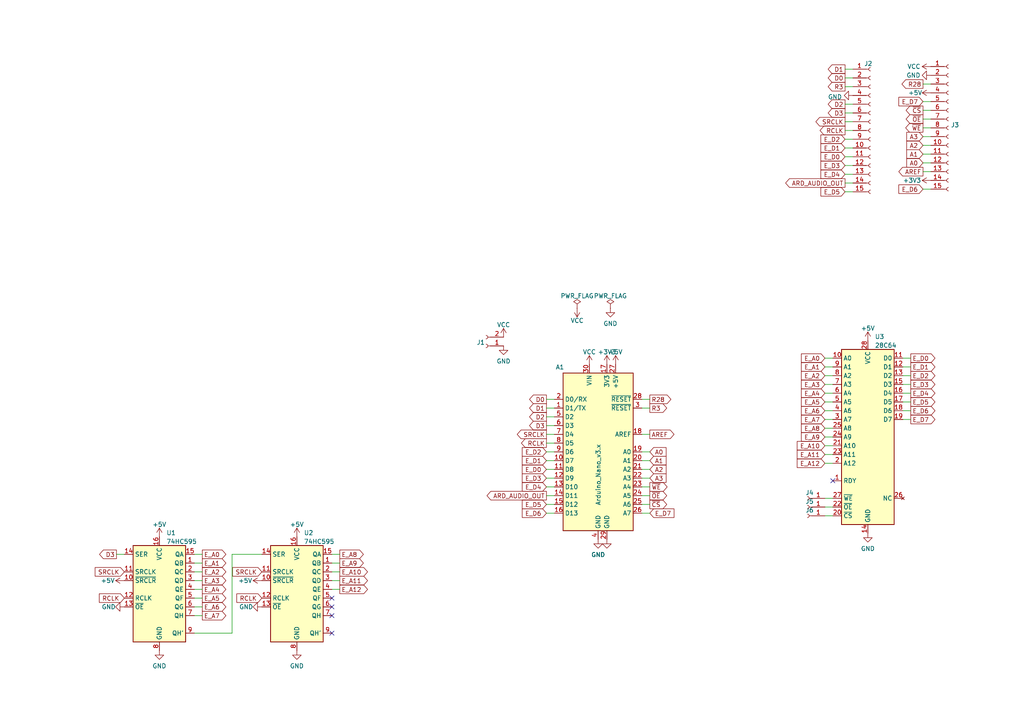
<source format=kicad_sch>
(kicad_sch (version 20211123) (generator eeschema)

  (uuid b7bdfee4-978e-4a3f-af2b-f75184a1d10a)

  (paper "A4")

  (lib_symbols
    (symbol "74xx:74HC595" (in_bom yes) (on_board yes)
      (property "Reference" "U" (id 0) (at -7.62 13.97 0)
        (effects (font (size 1.27 1.27)))
      )
      (property "Value" "74HC595" (id 1) (at -7.62 -16.51 0)
        (effects (font (size 1.27 1.27)))
      )
      (property "Footprint" "" (id 2) (at 0 0 0)
        (effects (font (size 1.27 1.27)) hide)
      )
      (property "Datasheet" "http://www.ti.com/lit/ds/symlink/sn74hc595.pdf" (id 3) (at 0 0 0)
        (effects (font (size 1.27 1.27)) hide)
      )
      (property "ki_keywords" "HCMOS SR 3State" (id 4) (at 0 0 0)
        (effects (font (size 1.27 1.27)) hide)
      )
      (property "ki_description" "8-bit serial in/out Shift Register 3-State Outputs" (id 5) (at 0 0 0)
        (effects (font (size 1.27 1.27)) hide)
      )
      (property "ki_fp_filters" "DIP*W7.62mm* SOIC*3.9x9.9mm*P1.27mm* TSSOP*4.4x5mm*P0.65mm* SOIC*5.3x10.2mm*P1.27mm* SOIC*7.5x10.3mm*P1.27mm*" (id 6) (at 0 0 0)
        (effects (font (size 1.27 1.27)) hide)
      )
      (symbol "74HC595_1_0"
        (pin tri_state line (at 10.16 7.62 180) (length 2.54)
          (name "QB" (effects (font (size 1.27 1.27))))
          (number "1" (effects (font (size 1.27 1.27))))
        )
        (pin input line (at -10.16 2.54 0) (length 2.54)
          (name "~{SRCLR}" (effects (font (size 1.27 1.27))))
          (number "10" (effects (font (size 1.27 1.27))))
        )
        (pin input line (at -10.16 5.08 0) (length 2.54)
          (name "SRCLK" (effects (font (size 1.27 1.27))))
          (number "11" (effects (font (size 1.27 1.27))))
        )
        (pin input line (at -10.16 -2.54 0) (length 2.54)
          (name "RCLK" (effects (font (size 1.27 1.27))))
          (number "12" (effects (font (size 1.27 1.27))))
        )
        (pin input line (at -10.16 -5.08 0) (length 2.54)
          (name "~{OE}" (effects (font (size 1.27 1.27))))
          (number "13" (effects (font (size 1.27 1.27))))
        )
        (pin input line (at -10.16 10.16 0) (length 2.54)
          (name "SER" (effects (font (size 1.27 1.27))))
          (number "14" (effects (font (size 1.27 1.27))))
        )
        (pin tri_state line (at 10.16 10.16 180) (length 2.54)
          (name "QA" (effects (font (size 1.27 1.27))))
          (number "15" (effects (font (size 1.27 1.27))))
        )
        (pin power_in line (at 0 15.24 270) (length 2.54)
          (name "VCC" (effects (font (size 1.27 1.27))))
          (number "16" (effects (font (size 1.27 1.27))))
        )
        (pin tri_state line (at 10.16 5.08 180) (length 2.54)
          (name "QC" (effects (font (size 1.27 1.27))))
          (number "2" (effects (font (size 1.27 1.27))))
        )
        (pin tri_state line (at 10.16 2.54 180) (length 2.54)
          (name "QD" (effects (font (size 1.27 1.27))))
          (number "3" (effects (font (size 1.27 1.27))))
        )
        (pin tri_state line (at 10.16 0 180) (length 2.54)
          (name "QE" (effects (font (size 1.27 1.27))))
          (number "4" (effects (font (size 1.27 1.27))))
        )
        (pin tri_state line (at 10.16 -2.54 180) (length 2.54)
          (name "QF" (effects (font (size 1.27 1.27))))
          (number "5" (effects (font (size 1.27 1.27))))
        )
        (pin tri_state line (at 10.16 -5.08 180) (length 2.54)
          (name "QG" (effects (font (size 1.27 1.27))))
          (number "6" (effects (font (size 1.27 1.27))))
        )
        (pin tri_state line (at 10.16 -7.62 180) (length 2.54)
          (name "QH" (effects (font (size 1.27 1.27))))
          (number "7" (effects (font (size 1.27 1.27))))
        )
        (pin power_in line (at 0 -17.78 90) (length 2.54)
          (name "GND" (effects (font (size 1.27 1.27))))
          (number "8" (effects (font (size 1.27 1.27))))
        )
        (pin output line (at 10.16 -12.7 180) (length 2.54)
          (name "QH'" (effects (font (size 1.27 1.27))))
          (number "9" (effects (font (size 1.27 1.27))))
        )
      )
      (symbol "74HC595_1_1"
        (rectangle (start -7.62 12.7) (end 7.62 -15.24)
          (stroke (width 0.254) (type default) (color 0 0 0 0))
          (fill (type background))
        )
      )
    )
    (symbol "Connector:Conn_01x01_Female" (pin_names (offset 1.016) hide) (in_bom yes) (on_board yes)
      (property "Reference" "J" (id 0) (at 0 2.54 0)
        (effects (font (size 1.27 1.27)))
      )
      (property "Value" "Conn_01x01_Female" (id 1) (at 0 -2.54 0)
        (effects (font (size 1.27 1.27)))
      )
      (property "Footprint" "" (id 2) (at 0 0 0)
        (effects (font (size 1.27 1.27)) hide)
      )
      (property "Datasheet" "~" (id 3) (at 0 0 0)
        (effects (font (size 1.27 1.27)) hide)
      )
      (property "ki_keywords" "connector" (id 4) (at 0 0 0)
        (effects (font (size 1.27 1.27)) hide)
      )
      (property "ki_description" "Generic connector, single row, 01x01, script generated (kicad-library-utils/schlib/autogen/connector/)" (id 5) (at 0 0 0)
        (effects (font (size 1.27 1.27)) hide)
      )
      (property "ki_fp_filters" "Connector*:*" (id 6) (at 0 0 0)
        (effects (font (size 1.27 1.27)) hide)
      )
      (symbol "Conn_01x01_Female_1_1"
        (polyline
          (pts
            (xy -1.27 0)
            (xy -0.508 0)
          )
          (stroke (width 0.1524) (type default) (color 0 0 0 0))
          (fill (type none))
        )
        (arc (start 0 0.508) (mid -0.508 0) (end 0 -0.508)
          (stroke (width 0.1524) (type default) (color 0 0 0 0))
          (fill (type none))
        )
        (pin passive line (at -5.08 0 0) (length 3.81)
          (name "Pin_1" (effects (font (size 1.27 1.27))))
          (number "1" (effects (font (size 1.27 1.27))))
        )
      )
    )
    (symbol "Connector:Conn_01x02_Female" (pin_names (offset 1.016) hide) (in_bom yes) (on_board yes)
      (property "Reference" "J" (id 0) (at 0 2.54 0)
        (effects (font (size 1.27 1.27)))
      )
      (property "Value" "Conn_01x02_Female" (id 1) (at 0 -5.08 0)
        (effects (font (size 1.27 1.27)))
      )
      (property "Footprint" "" (id 2) (at 0 0 0)
        (effects (font (size 1.27 1.27)) hide)
      )
      (property "Datasheet" "~" (id 3) (at 0 0 0)
        (effects (font (size 1.27 1.27)) hide)
      )
      (property "ki_keywords" "connector" (id 4) (at 0 0 0)
        (effects (font (size 1.27 1.27)) hide)
      )
      (property "ki_description" "Generic connector, single row, 01x02, script generated (kicad-library-utils/schlib/autogen/connector/)" (id 5) (at 0 0 0)
        (effects (font (size 1.27 1.27)) hide)
      )
      (property "ki_fp_filters" "Connector*:*_1x??_*" (id 6) (at 0 0 0)
        (effects (font (size 1.27 1.27)) hide)
      )
      (symbol "Conn_01x02_Female_1_1"
        (arc (start 0 -2.032) (mid -0.508 -2.54) (end 0 -3.048)
          (stroke (width 0.1524) (type default) (color 0 0 0 0))
          (fill (type none))
        )
        (polyline
          (pts
            (xy -1.27 -2.54)
            (xy -0.508 -2.54)
          )
          (stroke (width 0.1524) (type default) (color 0 0 0 0))
          (fill (type none))
        )
        (polyline
          (pts
            (xy -1.27 0)
            (xy -0.508 0)
          )
          (stroke (width 0.1524) (type default) (color 0 0 0 0))
          (fill (type none))
        )
        (arc (start 0 0.508) (mid -0.508 0) (end 0 -0.508)
          (stroke (width 0.1524) (type default) (color 0 0 0 0))
          (fill (type none))
        )
        (pin passive line (at -5.08 0 0) (length 3.81)
          (name "Pin_1" (effects (font (size 1.27 1.27))))
          (number "1" (effects (font (size 1.27 1.27))))
        )
        (pin passive line (at -5.08 -2.54 0) (length 3.81)
          (name "Pin_2" (effects (font (size 1.27 1.27))))
          (number "2" (effects (font (size 1.27 1.27))))
        )
      )
    )
    (symbol "Connector:Conn_01x15_Female" (pin_names (offset 1.016) hide) (in_bom yes) (on_board yes)
      (property "Reference" "J" (id 0) (at 0 20.32 0)
        (effects (font (size 1.27 1.27)))
      )
      (property "Value" "Conn_01x15_Female" (id 1) (at 0 -20.32 0)
        (effects (font (size 1.27 1.27)))
      )
      (property "Footprint" "" (id 2) (at 0 0 0)
        (effects (font (size 1.27 1.27)) hide)
      )
      (property "Datasheet" "~" (id 3) (at 0 0 0)
        (effects (font (size 1.27 1.27)) hide)
      )
      (property "ki_keywords" "connector" (id 4) (at 0 0 0)
        (effects (font (size 1.27 1.27)) hide)
      )
      (property "ki_description" "Generic connector, single row, 01x15, script generated (kicad-library-utils/schlib/autogen/connector/)" (id 5) (at 0 0 0)
        (effects (font (size 1.27 1.27)) hide)
      )
      (property "ki_fp_filters" "Connector*:*_1x??_*" (id 6) (at 0 0 0)
        (effects (font (size 1.27 1.27)) hide)
      )
      (symbol "Conn_01x15_Female_1_1"
        (arc (start 0 -17.272) (mid -0.508 -17.78) (end 0 -18.288)
          (stroke (width 0.1524) (type default) (color 0 0 0 0))
          (fill (type none))
        )
        (arc (start 0 -14.732) (mid -0.508 -15.24) (end 0 -15.748)
          (stroke (width 0.1524) (type default) (color 0 0 0 0))
          (fill (type none))
        )
        (arc (start 0 -12.192) (mid -0.508 -12.7) (end 0 -13.208)
          (stroke (width 0.1524) (type default) (color 0 0 0 0))
          (fill (type none))
        )
        (arc (start 0 -9.652) (mid -0.508 -10.16) (end 0 -10.668)
          (stroke (width 0.1524) (type default) (color 0 0 0 0))
          (fill (type none))
        )
        (arc (start 0 -7.112) (mid -0.508 -7.62) (end 0 -8.128)
          (stroke (width 0.1524) (type default) (color 0 0 0 0))
          (fill (type none))
        )
        (arc (start 0 -4.572) (mid -0.508 -5.08) (end 0 -5.588)
          (stroke (width 0.1524) (type default) (color 0 0 0 0))
          (fill (type none))
        )
        (arc (start 0 -2.032) (mid -0.508 -2.54) (end 0 -3.048)
          (stroke (width 0.1524) (type default) (color 0 0 0 0))
          (fill (type none))
        )
        (polyline
          (pts
            (xy -1.27 -17.78)
            (xy -0.508 -17.78)
          )
          (stroke (width 0.1524) (type default) (color 0 0 0 0))
          (fill (type none))
        )
        (polyline
          (pts
            (xy -1.27 -15.24)
            (xy -0.508 -15.24)
          )
          (stroke (width 0.1524) (type default) (color 0 0 0 0))
          (fill (type none))
        )
        (polyline
          (pts
            (xy -1.27 -12.7)
            (xy -0.508 -12.7)
          )
          (stroke (width 0.1524) (type default) (color 0 0 0 0))
          (fill (type none))
        )
        (polyline
          (pts
            (xy -1.27 -10.16)
            (xy -0.508 -10.16)
          )
          (stroke (width 0.1524) (type default) (color 0 0 0 0))
          (fill (type none))
        )
        (polyline
          (pts
            (xy -1.27 -7.62)
            (xy -0.508 -7.62)
          )
          (stroke (width 0.1524) (type default) (color 0 0 0 0))
          (fill (type none))
        )
        (polyline
          (pts
            (xy -1.27 -5.08)
            (xy -0.508 -5.08)
          )
          (stroke (width 0.1524) (type default) (color 0 0 0 0))
          (fill (type none))
        )
        (polyline
          (pts
            (xy -1.27 -2.54)
            (xy -0.508 -2.54)
          )
          (stroke (width 0.1524) (type default) (color 0 0 0 0))
          (fill (type none))
        )
        (polyline
          (pts
            (xy -1.27 0)
            (xy -0.508 0)
          )
          (stroke (width 0.1524) (type default) (color 0 0 0 0))
          (fill (type none))
        )
        (polyline
          (pts
            (xy -1.27 2.54)
            (xy -0.508 2.54)
          )
          (stroke (width 0.1524) (type default) (color 0 0 0 0))
          (fill (type none))
        )
        (polyline
          (pts
            (xy -1.27 5.08)
            (xy -0.508 5.08)
          )
          (stroke (width 0.1524) (type default) (color 0 0 0 0))
          (fill (type none))
        )
        (polyline
          (pts
            (xy -1.27 7.62)
            (xy -0.508 7.62)
          )
          (stroke (width 0.1524) (type default) (color 0 0 0 0))
          (fill (type none))
        )
        (polyline
          (pts
            (xy -1.27 10.16)
            (xy -0.508 10.16)
          )
          (stroke (width 0.1524) (type default) (color 0 0 0 0))
          (fill (type none))
        )
        (polyline
          (pts
            (xy -1.27 12.7)
            (xy -0.508 12.7)
          )
          (stroke (width 0.1524) (type default) (color 0 0 0 0))
          (fill (type none))
        )
        (polyline
          (pts
            (xy -1.27 15.24)
            (xy -0.508 15.24)
          )
          (stroke (width 0.1524) (type default) (color 0 0 0 0))
          (fill (type none))
        )
        (polyline
          (pts
            (xy -1.27 17.78)
            (xy -0.508 17.78)
          )
          (stroke (width 0.1524) (type default) (color 0 0 0 0))
          (fill (type none))
        )
        (arc (start 0 0.508) (mid -0.508 0) (end 0 -0.508)
          (stroke (width 0.1524) (type default) (color 0 0 0 0))
          (fill (type none))
        )
        (arc (start 0 3.048) (mid -0.508 2.54) (end 0 2.032)
          (stroke (width 0.1524) (type default) (color 0 0 0 0))
          (fill (type none))
        )
        (arc (start 0 5.588) (mid -0.508 5.08) (end 0 4.572)
          (stroke (width 0.1524) (type default) (color 0 0 0 0))
          (fill (type none))
        )
        (arc (start 0 8.128) (mid -0.508 7.62) (end 0 7.112)
          (stroke (width 0.1524) (type default) (color 0 0 0 0))
          (fill (type none))
        )
        (arc (start 0 10.668) (mid -0.508 10.16) (end 0 9.652)
          (stroke (width 0.1524) (type default) (color 0 0 0 0))
          (fill (type none))
        )
        (arc (start 0 13.208) (mid -0.508 12.7) (end 0 12.192)
          (stroke (width 0.1524) (type default) (color 0 0 0 0))
          (fill (type none))
        )
        (arc (start 0 15.748) (mid -0.508 15.24) (end 0 14.732)
          (stroke (width 0.1524) (type default) (color 0 0 0 0))
          (fill (type none))
        )
        (arc (start 0 18.288) (mid -0.508 17.78) (end 0 17.272)
          (stroke (width 0.1524) (type default) (color 0 0 0 0))
          (fill (type none))
        )
        (pin passive line (at -5.08 17.78 0) (length 3.81)
          (name "Pin_1" (effects (font (size 1.27 1.27))))
          (number "1" (effects (font (size 1.27 1.27))))
        )
        (pin passive line (at -5.08 -5.08 0) (length 3.81)
          (name "Pin_10" (effects (font (size 1.27 1.27))))
          (number "10" (effects (font (size 1.27 1.27))))
        )
        (pin passive line (at -5.08 -7.62 0) (length 3.81)
          (name "Pin_11" (effects (font (size 1.27 1.27))))
          (number "11" (effects (font (size 1.27 1.27))))
        )
        (pin passive line (at -5.08 -10.16 0) (length 3.81)
          (name "Pin_12" (effects (font (size 1.27 1.27))))
          (number "12" (effects (font (size 1.27 1.27))))
        )
        (pin passive line (at -5.08 -12.7 0) (length 3.81)
          (name "Pin_13" (effects (font (size 1.27 1.27))))
          (number "13" (effects (font (size 1.27 1.27))))
        )
        (pin passive line (at -5.08 -15.24 0) (length 3.81)
          (name "Pin_14" (effects (font (size 1.27 1.27))))
          (number "14" (effects (font (size 1.27 1.27))))
        )
        (pin passive line (at -5.08 -17.78 0) (length 3.81)
          (name "Pin_15" (effects (font (size 1.27 1.27))))
          (number "15" (effects (font (size 1.27 1.27))))
        )
        (pin passive line (at -5.08 15.24 0) (length 3.81)
          (name "Pin_2" (effects (font (size 1.27 1.27))))
          (number "2" (effects (font (size 1.27 1.27))))
        )
        (pin passive line (at -5.08 12.7 0) (length 3.81)
          (name "Pin_3" (effects (font (size 1.27 1.27))))
          (number "3" (effects (font (size 1.27 1.27))))
        )
        (pin passive line (at -5.08 10.16 0) (length 3.81)
          (name "Pin_4" (effects (font (size 1.27 1.27))))
          (number "4" (effects (font (size 1.27 1.27))))
        )
        (pin passive line (at -5.08 7.62 0) (length 3.81)
          (name "Pin_5" (effects (font (size 1.27 1.27))))
          (number "5" (effects (font (size 1.27 1.27))))
        )
        (pin passive line (at -5.08 5.08 0) (length 3.81)
          (name "Pin_6" (effects (font (size 1.27 1.27))))
          (number "6" (effects (font (size 1.27 1.27))))
        )
        (pin passive line (at -5.08 2.54 0) (length 3.81)
          (name "Pin_7" (effects (font (size 1.27 1.27))))
          (number "7" (effects (font (size 1.27 1.27))))
        )
        (pin passive line (at -5.08 0 0) (length 3.81)
          (name "Pin_8" (effects (font (size 1.27 1.27))))
          (number "8" (effects (font (size 1.27 1.27))))
        )
        (pin passive line (at -5.08 -2.54 0) (length 3.81)
          (name "Pin_9" (effects (font (size 1.27 1.27))))
          (number "9" (effects (font (size 1.27 1.27))))
        )
      )
    )
    (symbol "MCU_Module:Arduino_Nano_v3.x" (in_bom yes) (on_board yes)
      (property "Reference" "A" (id 0) (at -10.16 23.495 0)
        (effects (font (size 1.27 1.27)) (justify left bottom))
      )
      (property "Value" "Arduino_Nano_v3.x" (id 1) (at 5.08 -24.13 0)
        (effects (font (size 1.27 1.27)) (justify left top))
      )
      (property "Footprint" "Module:Arduino_Nano" (id 2) (at 0 0 0)
        (effects (font (size 1.27 1.27) italic) hide)
      )
      (property "Datasheet" "http://www.mouser.com/pdfdocs/Gravitech_Arduino_Nano3_0.pdf" (id 3) (at 0 0 0)
        (effects (font (size 1.27 1.27)) hide)
      )
      (property "ki_keywords" "Arduino nano microcontroller module USB" (id 4) (at 0 0 0)
        (effects (font (size 1.27 1.27)) hide)
      )
      (property "ki_description" "Arduino Nano v3.x" (id 5) (at 0 0 0)
        (effects (font (size 1.27 1.27)) hide)
      )
      (property "ki_fp_filters" "Arduino*Nano*" (id 6) (at 0 0 0)
        (effects (font (size 1.27 1.27)) hide)
      )
      (symbol "Arduino_Nano_v3.x_0_1"
        (rectangle (start -10.16 22.86) (end 10.16 -22.86)
          (stroke (width 0.254) (type default) (color 0 0 0 0))
          (fill (type background))
        )
      )
      (symbol "Arduino_Nano_v3.x_1_1"
        (pin bidirectional line (at -12.7 12.7 0) (length 2.54)
          (name "D1/TX" (effects (font (size 1.27 1.27))))
          (number "1" (effects (font (size 1.27 1.27))))
        )
        (pin bidirectional line (at -12.7 -2.54 0) (length 2.54)
          (name "D7" (effects (font (size 1.27 1.27))))
          (number "10" (effects (font (size 1.27 1.27))))
        )
        (pin bidirectional line (at -12.7 -5.08 0) (length 2.54)
          (name "D8" (effects (font (size 1.27 1.27))))
          (number "11" (effects (font (size 1.27 1.27))))
        )
        (pin bidirectional line (at -12.7 -7.62 0) (length 2.54)
          (name "D9" (effects (font (size 1.27 1.27))))
          (number "12" (effects (font (size 1.27 1.27))))
        )
        (pin bidirectional line (at -12.7 -10.16 0) (length 2.54)
          (name "D10" (effects (font (size 1.27 1.27))))
          (number "13" (effects (font (size 1.27 1.27))))
        )
        (pin bidirectional line (at -12.7 -12.7 0) (length 2.54)
          (name "D11" (effects (font (size 1.27 1.27))))
          (number "14" (effects (font (size 1.27 1.27))))
        )
        (pin bidirectional line (at -12.7 -15.24 0) (length 2.54)
          (name "D12" (effects (font (size 1.27 1.27))))
          (number "15" (effects (font (size 1.27 1.27))))
        )
        (pin bidirectional line (at -12.7 -17.78 0) (length 2.54)
          (name "D13" (effects (font (size 1.27 1.27))))
          (number "16" (effects (font (size 1.27 1.27))))
        )
        (pin power_out line (at 2.54 25.4 270) (length 2.54)
          (name "3V3" (effects (font (size 1.27 1.27))))
          (number "17" (effects (font (size 1.27 1.27))))
        )
        (pin input line (at 12.7 5.08 180) (length 2.54)
          (name "AREF" (effects (font (size 1.27 1.27))))
          (number "18" (effects (font (size 1.27 1.27))))
        )
        (pin bidirectional line (at 12.7 0 180) (length 2.54)
          (name "A0" (effects (font (size 1.27 1.27))))
          (number "19" (effects (font (size 1.27 1.27))))
        )
        (pin bidirectional line (at -12.7 15.24 0) (length 2.54)
          (name "D0/RX" (effects (font (size 1.27 1.27))))
          (number "2" (effects (font (size 1.27 1.27))))
        )
        (pin bidirectional line (at 12.7 -2.54 180) (length 2.54)
          (name "A1" (effects (font (size 1.27 1.27))))
          (number "20" (effects (font (size 1.27 1.27))))
        )
        (pin bidirectional line (at 12.7 -5.08 180) (length 2.54)
          (name "A2" (effects (font (size 1.27 1.27))))
          (number "21" (effects (font (size 1.27 1.27))))
        )
        (pin bidirectional line (at 12.7 -7.62 180) (length 2.54)
          (name "A3" (effects (font (size 1.27 1.27))))
          (number "22" (effects (font (size 1.27 1.27))))
        )
        (pin bidirectional line (at 12.7 -10.16 180) (length 2.54)
          (name "A4" (effects (font (size 1.27 1.27))))
          (number "23" (effects (font (size 1.27 1.27))))
        )
        (pin bidirectional line (at 12.7 -12.7 180) (length 2.54)
          (name "A5" (effects (font (size 1.27 1.27))))
          (number "24" (effects (font (size 1.27 1.27))))
        )
        (pin bidirectional line (at 12.7 -15.24 180) (length 2.54)
          (name "A6" (effects (font (size 1.27 1.27))))
          (number "25" (effects (font (size 1.27 1.27))))
        )
        (pin bidirectional line (at 12.7 -17.78 180) (length 2.54)
          (name "A7" (effects (font (size 1.27 1.27))))
          (number "26" (effects (font (size 1.27 1.27))))
        )
        (pin power_out line (at 5.08 25.4 270) (length 2.54)
          (name "+5V" (effects (font (size 1.27 1.27))))
          (number "27" (effects (font (size 1.27 1.27))))
        )
        (pin input line (at 12.7 15.24 180) (length 2.54)
          (name "~{RESET}" (effects (font (size 1.27 1.27))))
          (number "28" (effects (font (size 1.27 1.27))))
        )
        (pin power_in line (at 2.54 -25.4 90) (length 2.54)
          (name "GND" (effects (font (size 1.27 1.27))))
          (number "29" (effects (font (size 1.27 1.27))))
        )
        (pin input line (at 12.7 12.7 180) (length 2.54)
          (name "~{RESET}" (effects (font (size 1.27 1.27))))
          (number "3" (effects (font (size 1.27 1.27))))
        )
        (pin power_in line (at -2.54 25.4 270) (length 2.54)
          (name "VIN" (effects (font (size 1.27 1.27))))
          (number "30" (effects (font (size 1.27 1.27))))
        )
        (pin power_in line (at 0 -25.4 90) (length 2.54)
          (name "GND" (effects (font (size 1.27 1.27))))
          (number "4" (effects (font (size 1.27 1.27))))
        )
        (pin bidirectional line (at -12.7 10.16 0) (length 2.54)
          (name "D2" (effects (font (size 1.27 1.27))))
          (number "5" (effects (font (size 1.27 1.27))))
        )
        (pin bidirectional line (at -12.7 7.62 0) (length 2.54)
          (name "D3" (effects (font (size 1.27 1.27))))
          (number "6" (effects (font (size 1.27 1.27))))
        )
        (pin bidirectional line (at -12.7 5.08 0) (length 2.54)
          (name "D4" (effects (font (size 1.27 1.27))))
          (number "7" (effects (font (size 1.27 1.27))))
        )
        (pin bidirectional line (at -12.7 2.54 0) (length 2.54)
          (name "D5" (effects (font (size 1.27 1.27))))
          (number "8" (effects (font (size 1.27 1.27))))
        )
        (pin bidirectional line (at -12.7 0 0) (length 2.54)
          (name "D6" (effects (font (size 1.27 1.27))))
          (number "9" (effects (font (size 1.27 1.27))))
        )
      )
    )
    (symbol "power:+3V3" (power) (pin_names (offset 0)) (in_bom yes) (on_board yes)
      (property "Reference" "#PWR" (id 0) (at 0 -3.81 0)
        (effects (font (size 1.27 1.27)) hide)
      )
      (property "Value" "+3V3" (id 1) (at 0 3.556 0)
        (effects (font (size 1.27 1.27)))
      )
      (property "Footprint" "" (id 2) (at 0 0 0)
        (effects (font (size 1.27 1.27)) hide)
      )
      (property "Datasheet" "" (id 3) (at 0 0 0)
        (effects (font (size 1.27 1.27)) hide)
      )
      (property "ki_keywords" "power-flag" (id 4) (at 0 0 0)
        (effects (font (size 1.27 1.27)) hide)
      )
      (property "ki_description" "Power symbol creates a global label with name \"+3V3\"" (id 5) (at 0 0 0)
        (effects (font (size 1.27 1.27)) hide)
      )
      (symbol "+3V3_0_1"
        (polyline
          (pts
            (xy -0.762 1.27)
            (xy 0 2.54)
          )
          (stroke (width 0) (type default) (color 0 0 0 0))
          (fill (type none))
        )
        (polyline
          (pts
            (xy 0 0)
            (xy 0 2.54)
          )
          (stroke (width 0) (type default) (color 0 0 0 0))
          (fill (type none))
        )
        (polyline
          (pts
            (xy 0 2.54)
            (xy 0.762 1.27)
          )
          (stroke (width 0) (type default) (color 0 0 0 0))
          (fill (type none))
        )
      )
      (symbol "+3V3_1_1"
        (pin power_in line (at 0 0 90) (length 0) hide
          (name "+3V3" (effects (font (size 1.27 1.27))))
          (number "1" (effects (font (size 1.27 1.27))))
        )
      )
    )
    (symbol "power:+5V" (power) (pin_names (offset 0)) (in_bom yes) (on_board yes)
      (property "Reference" "#PWR" (id 0) (at 0 -3.81 0)
        (effects (font (size 1.27 1.27)) hide)
      )
      (property "Value" "+5V" (id 1) (at 0 3.556 0)
        (effects (font (size 1.27 1.27)))
      )
      (property "Footprint" "" (id 2) (at 0 0 0)
        (effects (font (size 1.27 1.27)) hide)
      )
      (property "Datasheet" "" (id 3) (at 0 0 0)
        (effects (font (size 1.27 1.27)) hide)
      )
      (property "ki_keywords" "power-flag" (id 4) (at 0 0 0)
        (effects (font (size 1.27 1.27)) hide)
      )
      (property "ki_description" "Power symbol creates a global label with name \"+5V\"" (id 5) (at 0 0 0)
        (effects (font (size 1.27 1.27)) hide)
      )
      (symbol "+5V_0_1"
        (polyline
          (pts
            (xy -0.762 1.27)
            (xy 0 2.54)
          )
          (stroke (width 0) (type default) (color 0 0 0 0))
          (fill (type none))
        )
        (polyline
          (pts
            (xy 0 0)
            (xy 0 2.54)
          )
          (stroke (width 0) (type default) (color 0 0 0 0))
          (fill (type none))
        )
        (polyline
          (pts
            (xy 0 2.54)
            (xy 0.762 1.27)
          )
          (stroke (width 0) (type default) (color 0 0 0 0))
          (fill (type none))
        )
      )
      (symbol "+5V_1_1"
        (pin power_in line (at 0 0 90) (length 0) hide
          (name "+5V" (effects (font (size 1.27 1.27))))
          (number "1" (effects (font (size 1.27 1.27))))
        )
      )
    )
    (symbol "power:GND" (power) (pin_names (offset 0)) (in_bom yes) (on_board yes)
      (property "Reference" "#PWR" (id 0) (at 0 -6.35 0)
        (effects (font (size 1.27 1.27)) hide)
      )
      (property "Value" "GND" (id 1) (at 0 -3.81 0)
        (effects (font (size 1.27 1.27)))
      )
      (property "Footprint" "" (id 2) (at 0 0 0)
        (effects (font (size 1.27 1.27)) hide)
      )
      (property "Datasheet" "" (id 3) (at 0 0 0)
        (effects (font (size 1.27 1.27)) hide)
      )
      (property "ki_keywords" "power-flag" (id 4) (at 0 0 0)
        (effects (font (size 1.27 1.27)) hide)
      )
      (property "ki_description" "Power symbol creates a global label with name \"GND\" , ground" (id 5) (at 0 0 0)
        (effects (font (size 1.27 1.27)) hide)
      )
      (symbol "GND_0_1"
        (polyline
          (pts
            (xy 0 0)
            (xy 0 -1.27)
            (xy 1.27 -1.27)
            (xy 0 -2.54)
            (xy -1.27 -1.27)
            (xy 0 -1.27)
          )
          (stroke (width 0) (type default) (color 0 0 0 0))
          (fill (type none))
        )
      )
      (symbol "GND_1_1"
        (pin power_in line (at 0 0 270) (length 0) hide
          (name "GND" (effects (font (size 1.27 1.27))))
          (number "1" (effects (font (size 1.27 1.27))))
        )
      )
    )
    (symbol "power:PWR_FLAG" (power) (pin_numbers hide) (pin_names (offset 0) hide) (in_bom yes) (on_board yes)
      (property "Reference" "#FLG" (id 0) (at 0 1.905 0)
        (effects (font (size 1.27 1.27)) hide)
      )
      (property "Value" "PWR_FLAG" (id 1) (at 0 3.81 0)
        (effects (font (size 1.27 1.27)))
      )
      (property "Footprint" "" (id 2) (at 0 0 0)
        (effects (font (size 1.27 1.27)) hide)
      )
      (property "Datasheet" "~" (id 3) (at 0 0 0)
        (effects (font (size 1.27 1.27)) hide)
      )
      (property "ki_keywords" "power-flag" (id 4) (at 0 0 0)
        (effects (font (size 1.27 1.27)) hide)
      )
      (property "ki_description" "Special symbol for telling ERC where power comes from" (id 5) (at 0 0 0)
        (effects (font (size 1.27 1.27)) hide)
      )
      (symbol "PWR_FLAG_0_0"
        (pin power_out line (at 0 0 90) (length 0)
          (name "pwr" (effects (font (size 1.27 1.27))))
          (number "1" (effects (font (size 1.27 1.27))))
        )
      )
      (symbol "PWR_FLAG_0_1"
        (polyline
          (pts
            (xy 0 0)
            (xy 0 1.27)
            (xy -1.016 1.905)
            (xy 0 2.54)
            (xy 1.016 1.905)
            (xy 0 1.27)
          )
          (stroke (width 0) (type default) (color 0 0 0 0))
          (fill (type none))
        )
      )
    )
    (symbol "power:VCC" (power) (pin_names (offset 0)) (in_bom yes) (on_board yes)
      (property "Reference" "#PWR" (id 0) (at 0 -3.81 0)
        (effects (font (size 1.27 1.27)) hide)
      )
      (property "Value" "VCC" (id 1) (at 0 3.81 0)
        (effects (font (size 1.27 1.27)))
      )
      (property "Footprint" "" (id 2) (at 0 0 0)
        (effects (font (size 1.27 1.27)) hide)
      )
      (property "Datasheet" "" (id 3) (at 0 0 0)
        (effects (font (size 1.27 1.27)) hide)
      )
      (property "ki_keywords" "power-flag" (id 4) (at 0 0 0)
        (effects (font (size 1.27 1.27)) hide)
      )
      (property "ki_description" "Power symbol creates a global label with name \"VCC\"" (id 5) (at 0 0 0)
        (effects (font (size 1.27 1.27)) hide)
      )
      (symbol "VCC_0_1"
        (polyline
          (pts
            (xy -0.762 1.27)
            (xy 0 2.54)
          )
          (stroke (width 0) (type default) (color 0 0 0 0))
          (fill (type none))
        )
        (polyline
          (pts
            (xy 0 0)
            (xy 0 2.54)
          )
          (stroke (width 0) (type default) (color 0 0 0 0))
          (fill (type none))
        )
        (polyline
          (pts
            (xy 0 2.54)
            (xy 0.762 1.27)
          )
          (stroke (width 0) (type default) (color 0 0 0 0))
          (fill (type none))
        )
      )
      (symbol "VCC_1_1"
        (pin power_in line (at 0 0 90) (length 0) hide
          (name "VCC" (effects (font (size 1.27 1.27))))
          (number "1" (effects (font (size 1.27 1.27))))
        )
      )
    )
    (symbol "user_eeprom:28C64" (in_bom yes) (on_board yes)
      (property "Reference" "U" (id 0) (at -7.62 26.67 0)
        (effects (font (size 1.27 1.27)))
      )
      (property "Value" "28C64" (id 1) (at 2.54 -26.67 0)
        (effects (font (size 1.27 1.27)) (justify left))
      )
      (property "Footprint" "" (id 2) (at 0 0 0)
        (effects (font (size 1.27 1.27)) hide)
      )
      (property "Datasheet" "http://ww1.microchip.com/downloads/en/DeviceDoc/doc0006.pdf" (id 3) (at 0 0 0)
        (effects (font (size 1.27 1.27)) hide)
      )
      (property "ki_keywords" "Parallel EEPROM 256Kb" (id 4) (at 0 0 0)
        (effects (font (size 1.27 1.27)) hide)
      )
      (property "ki_description" "Paged Parallel EEPROM 256Kb (32K x 8), DIP-28/SOIC-28" (id 5) (at 0 0 0)
        (effects (font (size 1.27 1.27)) hide)
      )
      (property "ki_fp_filters" "DIP*W15.24mm* SOIC*7.5x17.9mm*P1.27mm*" (id 6) (at 0 0 0)
        (effects (font (size 1.27 1.27)) hide)
      )
      (symbol "28C64_1_1"
        (rectangle (start -7.62 25.4) (end 7.62 -25.4)
          (stroke (width 0.254) (type default) (color 0 0 0 0))
          (fill (type background))
        )
        (pin input line (at -10.16 -12.7 0) (length 2.54)
          (name "RDY" (effects (font (size 1.27 1.27))))
          (number "1" (effects (font (size 1.27 1.27))))
        )
        (pin input line (at -10.16 22.86 0) (length 2.54)
          (name "A0" (effects (font (size 1.27 1.27))))
          (number "10" (effects (font (size 1.27 1.27))))
        )
        (pin tri_state line (at 10.16 22.86 180) (length 2.54)
          (name "D0" (effects (font (size 1.27 1.27))))
          (number "11" (effects (font (size 1.27 1.27))))
        )
        (pin tri_state line (at 10.16 20.32 180) (length 2.54)
          (name "D1" (effects (font (size 1.27 1.27))))
          (number "12" (effects (font (size 1.27 1.27))))
        )
        (pin tri_state line (at 10.16 17.78 180) (length 2.54)
          (name "D2" (effects (font (size 1.27 1.27))))
          (number "13" (effects (font (size 1.27 1.27))))
        )
        (pin power_in line (at 0 -27.94 90) (length 2.54)
          (name "GND" (effects (font (size 1.27 1.27))))
          (number "14" (effects (font (size 1.27 1.27))))
        )
        (pin tri_state line (at 10.16 15.24 180) (length 2.54)
          (name "D3" (effects (font (size 1.27 1.27))))
          (number "15" (effects (font (size 1.27 1.27))))
        )
        (pin tri_state line (at 10.16 12.7 180) (length 2.54)
          (name "D4" (effects (font (size 1.27 1.27))))
          (number "16" (effects (font (size 1.27 1.27))))
        )
        (pin tri_state line (at 10.16 10.16 180) (length 2.54)
          (name "D5" (effects (font (size 1.27 1.27))))
          (number "17" (effects (font (size 1.27 1.27))))
        )
        (pin tri_state line (at 10.16 7.62 180) (length 2.54)
          (name "D6" (effects (font (size 1.27 1.27))))
          (number "18" (effects (font (size 1.27 1.27))))
        )
        (pin tri_state line (at 10.16 5.08 180) (length 2.54)
          (name "D7" (effects (font (size 1.27 1.27))))
          (number "19" (effects (font (size 1.27 1.27))))
        )
        (pin input line (at -10.16 -7.62 0) (length 2.54)
          (name "A12" (effects (font (size 1.27 1.27))))
          (number "2" (effects (font (size 1.27 1.27))))
        )
        (pin input line (at -10.16 -22.86 0) (length 2.54)
          (name "~{CS}" (effects (font (size 1.27 1.27))))
          (number "20" (effects (font (size 1.27 1.27))))
        )
        (pin input line (at -10.16 -2.54 0) (length 2.54)
          (name "A10" (effects (font (size 1.27 1.27))))
          (number "21" (effects (font (size 1.27 1.27))))
        )
        (pin input line (at -10.16 -20.32 0) (length 2.54)
          (name "~{OE}" (effects (font (size 1.27 1.27))))
          (number "22" (effects (font (size 1.27 1.27))))
        )
        (pin input line (at -10.16 -5.08 0) (length 2.54)
          (name "A11" (effects (font (size 1.27 1.27))))
          (number "23" (effects (font (size 1.27 1.27))))
        )
        (pin input line (at -10.16 0 0) (length 2.54)
          (name "A9" (effects (font (size 1.27 1.27))))
          (number "24" (effects (font (size 1.27 1.27))))
        )
        (pin input line (at -10.16 2.54 0) (length 2.54)
          (name "A8" (effects (font (size 1.27 1.27))))
          (number "25" (effects (font (size 1.27 1.27))))
        )
        (pin no_connect line (at 10.16 -17.78 180) (length 2.54)
          (name "NC" (effects (font (size 1.27 1.27))))
          (number "26" (effects (font (size 1.27 1.27))))
        )
        (pin input line (at -10.16 -17.78 0) (length 2.54)
          (name "~{WE}" (effects (font (size 1.27 1.27))))
          (number "27" (effects (font (size 1.27 1.27))))
        )
        (pin power_in line (at 0 27.94 270) (length 2.54)
          (name "VCC" (effects (font (size 1.27 1.27))))
          (number "28" (effects (font (size 1.27 1.27))))
        )
        (pin input line (at -10.16 5.08 0) (length 2.54)
          (name "A7" (effects (font (size 1.27 1.27))))
          (number "3" (effects (font (size 1.27 1.27))))
        )
        (pin input line (at -10.16 7.62 0) (length 2.54)
          (name "A6" (effects (font (size 1.27 1.27))))
          (number "4" (effects (font (size 1.27 1.27))))
        )
        (pin input line (at -10.16 10.16 0) (length 2.54)
          (name "A5" (effects (font (size 1.27 1.27))))
          (number "5" (effects (font (size 1.27 1.27))))
        )
        (pin input line (at -10.16 12.7 0) (length 2.54)
          (name "A4" (effects (font (size 1.27 1.27))))
          (number "6" (effects (font (size 1.27 1.27))))
        )
        (pin input line (at -10.16 15.24 0) (length 2.54)
          (name "A3" (effects (font (size 1.27 1.27))))
          (number "7" (effects (font (size 1.27 1.27))))
        )
        (pin input line (at -10.16 17.78 0) (length 2.54)
          (name "A2" (effects (font (size 1.27 1.27))))
          (number "8" (effects (font (size 1.27 1.27))))
        )
        (pin input line (at -10.16 20.32 0) (length 2.54)
          (name "A1" (effects (font (size 1.27 1.27))))
          (number "9" (effects (font (size 1.27 1.27))))
        )
      )
    )
  )


  (no_connect (at 96.266 176.022) (uuid 02a76295-163b-4fb8-bafa-81ec46e12f5c))
  (no_connect (at 96.266 178.562) (uuid 07d9d8e7-ac5c-493c-99ac-76aa492d08e8))
  (no_connect (at 96.266 183.642) (uuid 5b420ac9-67ad-48ed-b743-d7308ff3499b))
  (no_connect (at 241.554 139.446) (uuid 88087c0c-c01e-4e50-80bb-13a0c607d054))
  (no_connect (at 96.266 173.482) (uuid c37e1b8d-5671-4c11-b73b-b35a2484c022))

  (wire (pts (xy 56.388 176.022) (xy 58.674 176.022))
    (stroke (width 0) (type default) (color 0 0 0 0))
    (uuid 01a22245-a78d-485e-b252-337094c398e8)
  )
  (wire (pts (xy 96.266 163.322) (xy 98.552 163.322))
    (stroke (width 0) (type default) (color 0 0 0 0))
    (uuid 0209022f-ed16-4654-8205-4525aeaa1b44)
  )
  (wire (pts (xy 261.874 106.426) (xy 264.16 106.426))
    (stroke (width 0) (type default) (color 0 0 0 0))
    (uuid 03a0e554-0043-4645-a308-f0d7028c14a6)
  )
  (wire (pts (xy 241.554 131.826) (xy 239.268 131.826))
    (stroke (width 0) (type default) (color 0 0 0 0))
    (uuid 03e1a3aa-735d-4286-99d5-70d7a4082df5)
  )
  (wire (pts (xy 158.496 133.604) (xy 160.782 133.604))
    (stroke (width 0) (type default) (color 0 0 0 0))
    (uuid 08880fe6-127e-434b-b6a9-12fa66ffcd9d)
  )
  (wire (pts (xy 186.182 143.764) (xy 188.468 143.764))
    (stroke (width 0) (type default) (color 0 0 0 0))
    (uuid 09812738-7b0f-4527-9ebd-b6c3f74c7975)
  )
  (wire (pts (xy 245.11 42.926) (xy 247.396 42.926))
    (stroke (width 0) (type default) (color 0 0 0 0))
    (uuid 13277166-8f6a-4462-9891-733580622ebf)
  )
  (wire (pts (xy 96.266 165.862) (xy 98.552 165.862))
    (stroke (width 0) (type default) (color 0 0 0 0))
    (uuid 16b1f9b3-308b-4ead-8ded-e8c30b66fba5)
  )
  (wire (pts (xy 241.554 119.126) (xy 239.268 119.126))
    (stroke (width 0) (type default) (color 0 0 0 0))
    (uuid 174eeffe-2a0a-4a31-b8f1-d3f58148f27d)
  )
  (wire (pts (xy 245.11 22.606) (xy 247.396 22.606))
    (stroke (width 0) (type default) (color 0 0 0 0))
    (uuid 1cda9749-c034-40b4-9204-8c2403c5a7d3)
  )
  (wire (pts (xy 267.716 42.164) (xy 270.002 42.164))
    (stroke (width 0) (type default) (color 0 0 0 0))
    (uuid 1e291ce3-d870-4c3e-b8ba-286883e1f102)
  )
  (wire (pts (xy 267.716 29.464) (xy 270.002 29.464))
    (stroke (width 0) (type default) (color 0 0 0 0))
    (uuid 1e6c7d56-6093-448d-96b1-eb41a5d3b95d)
  )
  (wire (pts (xy 241.554 129.286) (xy 239.268 129.286))
    (stroke (width 0) (type default) (color 0 0 0 0))
    (uuid 20089282-2ed5-4bf4-9817-da1531fa4a04)
  )
  (wire (pts (xy 261.874 119.126) (xy 264.16 119.126))
    (stroke (width 0) (type default) (color 0 0 0 0))
    (uuid 215962e6-6bf4-47be-9f92-c24dbfdca325)
  )
  (wire (pts (xy 56.388 163.322) (xy 58.674 163.322))
    (stroke (width 0) (type default) (color 0 0 0 0))
    (uuid 21fbd019-518a-4a69-92ed-3809bc6f7f38)
  )
  (wire (pts (xy 56.388 170.942) (xy 58.674 170.942))
    (stroke (width 0) (type default) (color 0 0 0 0))
    (uuid 22072af2-8191-4495-9c8d-257ddd4d016b)
  )
  (wire (pts (xy 158.496 141.224) (xy 160.782 141.224))
    (stroke (width 0) (type default) (color 0 0 0 0))
    (uuid 2577aa49-7934-45e4-aa95-53e4f972c509)
  )
  (wire (pts (xy 56.388 173.482) (xy 58.674 173.482))
    (stroke (width 0) (type default) (color 0 0 0 0))
    (uuid 25c3b465-d3cb-4f95-acfa-5ca98e05122c)
  )
  (wire (pts (xy 241.554 149.606) (xy 239.268 149.606))
    (stroke (width 0) (type default) (color 0 0 0 0))
    (uuid 25e40162-d0bf-48c1-a091-89402fea2100)
  )
  (wire (pts (xy 261.874 116.586) (xy 264.16 116.586))
    (stroke (width 0) (type default) (color 0 0 0 0))
    (uuid 278c9609-4e70-4fd1-a924-06c5489920b1)
  )
  (wire (pts (xy 247.396 25.146) (xy 245.11 25.146))
    (stroke (width 0) (type default) (color 0 0 0 0))
    (uuid 29437d6b-471d-4fed-9491-7b4ce2cfda12)
  )
  (wire (pts (xy 158.496 128.524) (xy 160.782 128.524))
    (stroke (width 0) (type default) (color 0 0 0 0))
    (uuid 2edf6efc-e338-4967-8581-07eeda8bd668)
  )
  (wire (pts (xy 270.002 37.084) (xy 267.716 37.084))
    (stroke (width 0) (type default) (color 0 0 0 0))
    (uuid 3070b96d-27dd-497b-8ff9-19a2964a1ab3)
  )
  (wire (pts (xy 56.388 168.402) (xy 58.674 168.402))
    (stroke (width 0) (type default) (color 0 0 0 0))
    (uuid 3183da35-421b-46d6-9752-55f2d9b1a901)
  )
  (wire (pts (xy 241.554 124.206) (xy 239.268 124.206))
    (stroke (width 0) (type default) (color 0 0 0 0))
    (uuid 3467432d-bc62-4ccd-aa51-17d3ebf527ab)
  )
  (wire (pts (xy 267.716 54.864) (xy 270.002 54.864))
    (stroke (width 0) (type default) (color 0 0 0 0))
    (uuid 349365c1-8337-46a2-8d57-abeb2ca56317)
  )
  (wire (pts (xy 245.11 48.006) (xy 247.396 48.006))
    (stroke (width 0) (type default) (color 0 0 0 0))
    (uuid 3528f275-da28-4ffa-855c-c60ba6e2da8e)
  )
  (wire (pts (xy 56.388 178.562) (xy 58.674 178.562))
    (stroke (width 0) (type default) (color 0 0 0 0))
    (uuid 3ad685eb-dd56-426d-9e8d-aa35273e5b98)
  )
  (wire (pts (xy 186.182 118.364) (xy 188.468 118.364))
    (stroke (width 0) (type default) (color 0 0 0 0))
    (uuid 3c9f11e1-7825-4ccc-9f4f-dad108651966)
  )
  (wire (pts (xy 241.554 126.746) (xy 239.268 126.746))
    (stroke (width 0) (type default) (color 0 0 0 0))
    (uuid 3dea0d64-be49-4d91-b727-29c30e15ab8f)
  )
  (wire (pts (xy 186.182 125.984) (xy 188.468 125.984))
    (stroke (width 0) (type default) (color 0 0 0 0))
    (uuid 454b637e-024c-4fe4-b1bc-a30d53967963)
  )
  (wire (pts (xy 241.554 147.066) (xy 239.268 147.066))
    (stroke (width 0) (type default) (color 0 0 0 0))
    (uuid 46ccc1ab-b425-4c98-b3c9-705a8483d461)
  )
  (wire (pts (xy 241.554 108.966) (xy 239.268 108.966))
    (stroke (width 0) (type default) (color 0 0 0 0))
    (uuid 47ab4ff2-4a5d-4501-8d0f-ce4f229efe17)
  )
  (wire (pts (xy 267.716 47.244) (xy 270.002 47.244))
    (stroke (width 0) (type default) (color 0 0 0 0))
    (uuid 486e4d6b-1ef2-49a5-9b22-73fefb74329d)
  )
  (wire (pts (xy 67.31 160.782) (xy 75.946 160.782))
    (stroke (width 0) (type default) (color 0 0 0 0))
    (uuid 4d971afc-8034-4204-963b-6d680cea9bf1)
  )
  (wire (pts (xy 261.874 121.666) (xy 264.16 121.666))
    (stroke (width 0) (type default) (color 0 0 0 0))
    (uuid 4e8a0a0a-617f-47d4-ba87-115f99606322)
  )
  (wire (pts (xy 56.388 165.862) (xy 58.674 165.862))
    (stroke (width 0) (type default) (color 0 0 0 0))
    (uuid 4f96543b-8de4-429e-be49-0b47260fdb0c)
  )
  (wire (pts (xy 241.554 103.886) (xy 239.268 103.886))
    (stroke (width 0) (type default) (color 0 0 0 0))
    (uuid 5261d132-ce39-4972-8c75-a285d5f55f25)
  )
  (wire (pts (xy 245.11 20.066) (xy 247.396 20.066))
    (stroke (width 0) (type default) (color 0 0 0 0))
    (uuid 59302f77-74bb-4218-acd8-80d5e9a3aefc)
  )
  (wire (pts (xy 158.496 131.064) (xy 160.782 131.064))
    (stroke (width 0) (type default) (color 0 0 0 0))
    (uuid 595f5560-0361-4f31-af50-2740c06a8fe5)
  )
  (wire (pts (xy 241.554 106.426) (xy 239.268 106.426))
    (stroke (width 0) (type default) (color 0 0 0 0))
    (uuid 666e0099-8b6d-43ab-bb67-a95c33eb1871)
  )
  (wire (pts (xy 158.496 125.984) (xy 160.782 125.984))
    (stroke (width 0) (type default) (color 0 0 0 0))
    (uuid 6777c71d-943a-470d-9808-85567d8d9b8e)
  )
  (wire (pts (xy 245.11 30.226) (xy 247.396 30.226))
    (stroke (width 0) (type default) (color 0 0 0 0))
    (uuid 67b80ae6-d725-4db3-b785-55f5663edfc5)
  )
  (wire (pts (xy 96.266 170.942) (xy 98.552 170.942))
    (stroke (width 0) (type default) (color 0 0 0 0))
    (uuid 6b6623ad-d20e-4d2a-a5c5-2015d59c4ae1)
  )
  (wire (pts (xy 245.11 32.766) (xy 247.396 32.766))
    (stroke (width 0) (type default) (color 0 0 0 0))
    (uuid 6c6570ad-93db-4a0c-ae19-0723c20ddfc2)
  )
  (wire (pts (xy 158.496 118.364) (xy 160.782 118.364))
    (stroke (width 0) (type default) (color 0 0 0 0))
    (uuid 6e42f77f-e767-472f-bd8b-a447ac1273b5)
  )
  (wire (pts (xy 33.782 160.782) (xy 36.068 160.782))
    (stroke (width 0) (type default) (color 0 0 0 0))
    (uuid 7079c6af-da61-4108-bdb4-ed1c51b1d2b7)
  )
  (wire (pts (xy 241.554 111.506) (xy 239.268 111.506))
    (stroke (width 0) (type default) (color 0 0 0 0))
    (uuid 7406601b-f972-4558-a037-9142013ecec7)
  )
  (wire (pts (xy 245.11 35.306) (xy 247.396 35.306))
    (stroke (width 0) (type default) (color 0 0 0 0))
    (uuid 740aee6b-0592-438d-b551-f66b64ed4140)
  )
  (wire (pts (xy 158.496 138.684) (xy 160.782 138.684))
    (stroke (width 0) (type default) (color 0 0 0 0))
    (uuid 745a65f9-82f1-4c5f-be9e-dc29378d6238)
  )
  (wire (pts (xy 186.182 115.824) (xy 188.468 115.824))
    (stroke (width 0) (type default) (color 0 0 0 0))
    (uuid 7534c4a7-8fdf-4d8e-92fb-7841fa1f6fa3)
  )
  (wire (pts (xy 158.496 148.844) (xy 160.782 148.844))
    (stroke (width 0) (type default) (color 0 0 0 0))
    (uuid 75ba5d28-b942-4feb-81b7-02f7b1ee53aa)
  )
  (wire (pts (xy 245.11 53.086) (xy 247.396 53.086))
    (stroke (width 0) (type default) (color 0 0 0 0))
    (uuid 788d0e87-4667-4bce-8a6f-e0a13e834f45)
  )
  (wire (pts (xy 245.11 55.626) (xy 247.396 55.626))
    (stroke (width 0) (type default) (color 0 0 0 0))
    (uuid 81c74ec6-8311-49bb-97a4-e40e666243a9)
  )
  (wire (pts (xy 96.266 160.782) (xy 98.552 160.782))
    (stroke (width 0) (type default) (color 0 0 0 0))
    (uuid 83f0929c-400d-4e9d-b995-e296e355e58a)
  )
  (wire (pts (xy 261.874 108.966) (xy 264.16 108.966))
    (stroke (width 0) (type default) (color 0 0 0 0))
    (uuid 854b241a-96d0-4870-b39b-05c60294754e)
  )
  (wire (pts (xy 56.388 183.642) (xy 67.31 183.642))
    (stroke (width 0) (type default) (color 0 0 0 0))
    (uuid 874b872d-85e1-4371-bda3-b31a8d4947a4)
  )
  (wire (pts (xy 241.554 134.366) (xy 239.268 134.366))
    (stroke (width 0) (type default) (color 0 0 0 0))
    (uuid 87f1a719-2cb4-4f87-97a2-8b84c880379e)
  )
  (wire (pts (xy 56.388 160.782) (xy 58.674 160.782))
    (stroke (width 0) (type default) (color 0 0 0 0))
    (uuid 8af82add-9e0a-46be-8c0d-620bea24c8af)
  )
  (wire (pts (xy 245.11 40.386) (xy 247.396 40.386))
    (stroke (width 0) (type default) (color 0 0 0 0))
    (uuid 95755236-2239-4a6a-94e5-3bd65dda9d4d)
  )
  (wire (pts (xy 245.11 50.546) (xy 247.396 50.546))
    (stroke (width 0) (type default) (color 0 0 0 0))
    (uuid 96b6674b-e115-4c86-8fb7-08749a8cf608)
  )
  (wire (pts (xy 186.182 141.224) (xy 188.468 141.224))
    (stroke (width 0) (type default) (color 0 0 0 0))
    (uuid 9836e1f8-80b4-4c0c-80ad-f61c66d5ce64)
  )
  (wire (pts (xy 261.874 111.506) (xy 264.16 111.506))
    (stroke (width 0) (type default) (color 0 0 0 0))
    (uuid 9a0934d1-264d-4010-9b9f-d87e3c84c91e)
  )
  (wire (pts (xy 241.554 121.666) (xy 239.268 121.666))
    (stroke (width 0) (type default) (color 0 0 0 0))
    (uuid 9e03b1f2-ff78-4939-b14c-178c4c7ffaae)
  )
  (wire (pts (xy 188.468 133.604) (xy 186.182 133.604))
    (stroke (width 0) (type default) (color 0 0 0 0))
    (uuid 9fb49080-4eba-465d-b8e3-e473abb9a512)
  )
  (wire (pts (xy 158.496 143.764) (xy 160.782 143.764))
    (stroke (width 0) (type default) (color 0 0 0 0))
    (uuid a44de6fb-fbdf-4445-9a7e-4d4b054fb1f8)
  )
  (wire (pts (xy 270.002 49.784) (xy 267.716 49.784))
    (stroke (width 0) (type default) (color 0 0 0 0))
    (uuid acceccc4-0b7b-46a0-8f9b-f9755874ed9b)
  )
  (wire (pts (xy 188.468 131.064) (xy 186.182 131.064))
    (stroke (width 0) (type default) (color 0 0 0 0))
    (uuid ad572adc-a1c6-4a4a-918d-f1bba08720f7)
  )
  (wire (pts (xy 261.874 103.886) (xy 264.16 103.886))
    (stroke (width 0) (type default) (color 0 0 0 0))
    (uuid ad639a2e-a44e-43ac-8bff-7348accfd901)
  )
  (wire (pts (xy 158.496 120.904) (xy 160.782 120.904))
    (stroke (width 0) (type default) (color 0 0 0 0))
    (uuid ae08d92b-efcd-4d77-a5cc-dd226b8ffb8f)
  )
  (wire (pts (xy 188.468 136.144) (xy 186.182 136.144))
    (stroke (width 0) (type default) (color 0 0 0 0))
    (uuid afec5f1f-afb2-42a1-937e-510abe344b3b)
  )
  (wire (pts (xy 67.31 183.642) (xy 67.31 160.782))
    (stroke (width 0) (type default) (color 0 0 0 0))
    (uuid b4b8d6ea-5a5c-4746-9c56-422765a2dfe2)
  )
  (wire (pts (xy 188.468 148.844) (xy 186.182 148.844))
    (stroke (width 0) (type default) (color 0 0 0 0))
    (uuid b87a68e4-7839-45b5-aa1c-82f90f36ccde)
  )
  (wire (pts (xy 267.716 44.704) (xy 270.002 44.704))
    (stroke (width 0) (type default) (color 0 0 0 0))
    (uuid b88d82f9-eff9-416d-a016-6121af277946)
  )
  (wire (pts (xy 96.266 168.402) (xy 98.552 168.402))
    (stroke (width 0) (type default) (color 0 0 0 0))
    (uuid b8b32eee-b245-4771-92a3-5000bbcd5b32)
  )
  (wire (pts (xy 158.496 123.444) (xy 160.782 123.444))
    (stroke (width 0) (type default) (color 0 0 0 0))
    (uuid ba17ada2-e407-4168-a6e5-42cd1f85cf86)
  )
  (wire (pts (xy 245.11 45.466) (xy 247.396 45.466))
    (stroke (width 0) (type default) (color 0 0 0 0))
    (uuid ba865eec-0962-42ba-9e2f-15aa9ed1308d)
  )
  (wire (pts (xy 270.002 24.384) (xy 267.716 24.384))
    (stroke (width 0) (type default) (color 0 0 0 0))
    (uuid bb2f2c99-2390-497d-814b-ad4f89f11fba)
  )
  (wire (pts (xy 241.554 144.526) (xy 239.268 144.526))
    (stroke (width 0) (type default) (color 0 0 0 0))
    (uuid bef83d36-48a6-47f5-86da-1614a4adaa10)
  )
  (wire (pts (xy 241.554 114.046) (xy 239.268 114.046))
    (stroke (width 0) (type default) (color 0 0 0 0))
    (uuid bf09d440-c7ee-49e2-8b07-de961de37487)
  )
  (wire (pts (xy 267.716 39.624) (xy 270.002 39.624))
    (stroke (width 0) (type default) (color 0 0 0 0))
    (uuid bff0836f-f9ed-4f4d-98d3-82384cc3d693)
  )
  (wire (pts (xy 270.002 34.544) (xy 267.716 34.544))
    (stroke (width 0) (type default) (color 0 0 0 0))
    (uuid c01678e5-d238-4d36-9c28-5f194571c5b1)
  )
  (wire (pts (xy 188.468 138.684) (xy 186.182 138.684))
    (stroke (width 0) (type default) (color 0 0 0 0))
    (uuid c7b2dbf9-46b8-42e2-a93b-83d05d8b7fd8)
  )
  (wire (pts (xy 158.496 115.824) (xy 160.782 115.824))
    (stroke (width 0) (type default) (color 0 0 0 0))
    (uuid ca930056-e16d-47b1-9ed4-f40873fc07f4)
  )
  (wire (pts (xy 158.496 146.304) (xy 160.782 146.304))
    (stroke (width 0) (type default) (color 0 0 0 0))
    (uuid dea14061-9f39-48c5-8ebd-5b42e50850e7)
  )
  (wire (pts (xy 245.11 37.846) (xy 247.396 37.846))
    (stroke (width 0) (type default) (color 0 0 0 0))
    (uuid e28ed0ba-2d4d-4280-89e2-1ff39b493f7f)
  )
  (wire (pts (xy 186.182 146.304) (xy 188.468 146.304))
    (stroke (width 0) (type default) (color 0 0 0 0))
    (uuid ebd3d6e9-7899-4eff-8690-f2b6a9a2847e)
  )
  (wire (pts (xy 270.002 32.004) (xy 267.716 32.004))
    (stroke (width 0) (type default) (color 0 0 0 0))
    (uuid ee533d01-6775-47aa-a3ca-5fb3fffa0409)
  )
  (wire (pts (xy 241.554 116.586) (xy 239.268 116.586))
    (stroke (width 0) (type default) (color 0 0 0 0))
    (uuid f0cfbf0b-8921-4c60-836f-051bd6c4d815)
  )
  (wire (pts (xy 261.874 114.046) (xy 264.16 114.046))
    (stroke (width 0) (type default) (color 0 0 0 0))
    (uuid f67f6d56-5480-4f2f-a3ee-80637e0c38f8)
  )
  (wire (pts (xy 158.496 136.144) (xy 160.782 136.144))
    (stroke (width 0) (type default) (color 0 0 0 0))
    (uuid f8c6ff5d-65cb-412e-92b8-cffe8af6b19e)
  )

  (global_label "D0" (shape output) (at 158.496 115.824 180) (fields_autoplaced)
    (effects (font (size 1.27 1.27)) (justify right))
    (uuid 0b46a020-a35c-4c51-b745-a683fb527c64)
    (property "Intersheet References" "${INTERSHEET_REFS}" (id 0) (at 153.6034 115.7446 0)
      (effects (font (size 1.27 1.27)) (justify right) hide)
    )
  )
  (global_label "E_D5" (shape output) (at 264.16 116.586 0) (fields_autoplaced)
    (effects (font (size 1.27 1.27)) (justify left))
    (uuid 0b6e071d-eb4c-45b4-b0f1-a5d488007cdc)
    (property "Intersheet References" "${INTERSHEET_REFS}" (id 0) (at 271.1693 116.5066 0)
      (effects (font (size 1.27 1.27)) (justify left) hide)
    )
  )
  (global_label "E_D7" (shape output) (at 264.16 121.666 0) (fields_autoplaced)
    (effects (font (size 1.27 1.27)) (justify left))
    (uuid 0d9a8a41-7cd7-4664-ba6f-c4a5311ff872)
    (property "Intersheet References" "${INTERSHEET_REFS}" (id 0) (at 271.1693 121.5866 0)
      (effects (font (size 1.27 1.27)) (justify left) hide)
    )
  )
  (global_label "E_A0" (shape output) (at 58.674 160.782 0) (fields_autoplaced)
    (effects (font (size 1.27 1.27)) (justify left))
    (uuid 0dda6bdb-b334-4849-9378-f00787d248a4)
    (property "Intersheet References" "${INTERSHEET_REFS}" (id 0) (at 65.5019 160.7026 0)
      (effects (font (size 1.27 1.27)) (justify left) hide)
    )
  )
  (global_label "A2" (shape input) (at 188.468 136.144 0) (fields_autoplaced)
    (effects (font (size 1.27 1.27)) (justify left))
    (uuid 0e2ba2d2-06e9-4873-ad47-6d7657a6a868)
    (property "Intersheet References" "${INTERSHEET_REFS}" (id 0) (at 193.1792 136.0646 0)
      (effects (font (size 1.27 1.27)) (justify left) hide)
    )
  )
  (global_label "A0" (shape input) (at 267.716 47.244 180) (fields_autoplaced)
    (effects (font (size 1.27 1.27)) (justify right))
    (uuid 1183e381-7df8-4f9a-a99e-bfd34d3501d6)
    (property "Intersheet References" "${INTERSHEET_REFS}" (id 0) (at 263.0048 47.3234 0)
      (effects (font (size 1.27 1.27)) (justify right) hide)
    )
  )
  (global_label "A1" (shape input) (at 267.716 44.704 180) (fields_autoplaced)
    (effects (font (size 1.27 1.27)) (justify right))
    (uuid 128fb901-6a7e-4007-973e-97b878b0d1f5)
    (property "Intersheet References" "${INTERSHEET_REFS}" (id 0) (at 263.0048 44.7834 0)
      (effects (font (size 1.27 1.27)) (justify right) hide)
    )
  )
  (global_label "~{OE}" (shape output) (at 188.468 143.764 0) (fields_autoplaced)
    (effects (font (size 1.27 1.27)) (justify left))
    (uuid 13dd4dd2-5365-410f-87bd-e108eb47bc47)
    (property "Intersheet References" "${INTERSHEET_REFS}" (id 0) (at 193.3606 143.6846 0)
      (effects (font (size 1.27 1.27)) (justify left) hide)
    )
  )
  (global_label "D1" (shape output) (at 158.496 118.364 180) (fields_autoplaced)
    (effects (font (size 1.27 1.27)) (justify right))
    (uuid 14318879-35b7-4412-8023-6cd19751011b)
    (property "Intersheet References" "${INTERSHEET_REFS}" (id 0) (at 153.6034 118.2846 0)
      (effects (font (size 1.27 1.27)) (justify right) hide)
    )
  )
  (global_label "E_D1" (shape input) (at 158.496 133.604 180) (fields_autoplaced)
    (effects (font (size 1.27 1.27)) (justify right))
    (uuid 189415ca-7143-4c02-93b1-1e07f653c78f)
    (property "Intersheet References" "${INTERSHEET_REFS}" (id 0) (at 151.4867 133.5246 0)
      (effects (font (size 1.27 1.27)) (justify right) hide)
    )
  )
  (global_label "E_D2" (shape output) (at 264.16 108.966 0) (fields_autoplaced)
    (effects (font (size 1.27 1.27)) (justify left))
    (uuid 18f6c2f8-cb93-4ca9-8d2b-089ac408dbf1)
    (property "Intersheet References" "${INTERSHEET_REFS}" (id 0) (at 271.1693 108.8866 0)
      (effects (font (size 1.27 1.27)) (justify left) hide)
    )
  )
  (global_label "E_A1" (shape input) (at 239.268 106.426 180) (fields_autoplaced)
    (effects (font (size 1.27 1.27)) (justify right))
    (uuid 190b3ab9-31a1-4248-82a3-ec721ccced86)
    (property "Intersheet References" "${INTERSHEET_REFS}" (id 0) (at 232.4401 106.3466 0)
      (effects (font (size 1.27 1.27)) (justify right) hide)
    )
  )
  (global_label "E_A8" (shape output) (at 98.552 160.782 0) (fields_autoplaced)
    (effects (font (size 1.27 1.27)) (justify left))
    (uuid 1a43da2b-c94f-47ae-8ec7-2364513d2cec)
    (property "Intersheet References" "${INTERSHEET_REFS}" (id 0) (at 105.3799 160.7026 0)
      (effects (font (size 1.27 1.27)) (justify left) hide)
    )
  )
  (global_label "ARD_AUDIO_OUT" (shape output) (at 245.11 53.086 180) (fields_autoplaced)
    (effects (font (size 1.27 1.27)) (justify right))
    (uuid 1e3c4915-6a72-4ade-8730-e9e3c6946f73)
    (property "Intersheet References" "${INTERSHEET_REFS}" (id 0) (at 227.8802 53.1654 0)
      (effects (font (size 1.27 1.27)) (justify right) hide)
    )
  )
  (global_label "E_A0" (shape input) (at 239.268 103.886 180) (fields_autoplaced)
    (effects (font (size 1.27 1.27)) (justify right))
    (uuid 2142e386-4d6e-4e44-a78a-8d4e822b7d02)
    (property "Intersheet References" "${INTERSHEET_REFS}" (id 0) (at 232.4401 103.8066 0)
      (effects (font (size 1.27 1.27)) (justify right) hide)
    )
  )
  (global_label "D2" (shape output) (at 158.496 120.904 180) (fields_autoplaced)
    (effects (font (size 1.27 1.27)) (justify right))
    (uuid 248d5a7f-71e8-4c7f-8dac-3dd0bb11970a)
    (property "Intersheet References" "${INTERSHEET_REFS}" (id 0) (at 153.6034 120.8246 0)
      (effects (font (size 1.27 1.27)) (justify right) hide)
    )
  )
  (global_label "E_A6" (shape input) (at 239.268 119.126 180) (fields_autoplaced)
    (effects (font (size 1.27 1.27)) (justify right))
    (uuid 25db03b8-b0a8-4b67-aa96-5295e3bbceb0)
    (property "Intersheet References" "${INTERSHEET_REFS}" (id 0) (at 232.4401 119.0466 0)
      (effects (font (size 1.27 1.27)) (justify right) hide)
    )
  )
  (global_label "D3" (shape output) (at 158.496 123.444 180) (fields_autoplaced)
    (effects (font (size 1.27 1.27)) (justify right))
    (uuid 28a76ab9-a8fd-442d-8b1c-adb048c82e4d)
    (property "Intersheet References" "${INTERSHEET_REFS}" (id 0) (at 153.6034 123.3646 0)
      (effects (font (size 1.27 1.27)) (justify right) hide)
    )
  )
  (global_label "D3" (shape output) (at 245.11 32.766 180) (fields_autoplaced)
    (effects (font (size 1.27 1.27)) (justify right))
    (uuid 29680405-45a3-40ae-9c8d-3205bce06b1a)
    (property "Intersheet References" "${INTERSHEET_REFS}" (id 0) (at 240.2174 32.6866 0)
      (effects (font (size 1.27 1.27)) (justify right) hide)
    )
  )
  (global_label "RCLK" (shape output) (at 245.11 37.846 180) (fields_autoplaced)
    (effects (font (size 1.27 1.27)) (justify right))
    (uuid 2bf27992-c0f9-48da-bdd9-996dd75b0a78)
    (property "Intersheet References" "${INTERSHEET_REFS}" (id 0) (at 237.8588 37.7666 0)
      (effects (font (size 1.27 1.27)) (justify right) hide)
    )
  )
  (global_label "E_A10" (shape input) (at 239.268 129.286 180) (fields_autoplaced)
    (effects (font (size 1.27 1.27)) (justify right))
    (uuid 2fd97938-cb68-49d7-8d3b-cdb060136742)
    (property "Intersheet References" "${INTERSHEET_REFS}" (id 0) (at 231.2306 129.2066 0)
      (effects (font (size 1.27 1.27)) (justify right) hide)
    )
  )
  (global_label "A1" (shape input) (at 188.468 133.604 0) (fields_autoplaced)
    (effects (font (size 1.27 1.27)) (justify left))
    (uuid 3866d604-b055-4c2b-a689-be8124c22a2a)
    (property "Intersheet References" "${INTERSHEET_REFS}" (id 0) (at 193.1792 133.5246 0)
      (effects (font (size 1.27 1.27)) (justify left) hide)
    )
  )
  (global_label "R3" (shape output) (at 188.468 118.364 0) (fields_autoplaced)
    (effects (font (size 1.27 1.27)) (justify left))
    (uuid 3943979b-b4dc-42c6-bf1f-fe9cb87b7ba9)
    (property "Intersheet References" "${INTERSHEET_REFS}" (id 0) (at 193.3606 118.2846 0)
      (effects (font (size 1.27 1.27)) (justify left) hide)
    )
  )
  (global_label "SRCLK" (shape input) (at 36.068 165.862 180) (fields_autoplaced)
    (effects (font (size 1.27 1.27)) (justify right))
    (uuid 39ac2b8d-fa40-4f64-ab7f-386669de6d65)
    (property "Intersheet References" "${INTERSHEET_REFS}" (id 0) (at 27.6073 165.7826 0)
      (effects (font (size 1.27 1.27)) (justify right) hide)
    )
  )
  (global_label "E_D2" (shape input) (at 158.496 131.064 180) (fields_autoplaced)
    (effects (font (size 1.27 1.27)) (justify right))
    (uuid 3bc87ae6-e52a-4720-83e6-7621a1f22aef)
    (property "Intersheet References" "${INTERSHEET_REFS}" (id 0) (at 151.4867 130.9846 0)
      (effects (font (size 1.27 1.27)) (justify right) hide)
    )
  )
  (global_label "E_A2" (shape input) (at 239.268 108.966 180) (fields_autoplaced)
    (effects (font (size 1.27 1.27)) (justify right))
    (uuid 4008ce62-6057-4a7d-a833-ed5027b5c6f8)
    (property "Intersheet References" "${INTERSHEET_REFS}" (id 0) (at 232.4401 108.8866 0)
      (effects (font (size 1.27 1.27)) (justify right) hide)
    )
  )
  (global_label "E_A11" (shape input) (at 239.268 131.826 180) (fields_autoplaced)
    (effects (font (size 1.27 1.27)) (justify right))
    (uuid 430d88a2-40c8-4ec5-b287-58cc463aeb22)
    (property "Intersheet References" "${INTERSHEET_REFS}" (id 0) (at 231.2306 131.7466 0)
      (effects (font (size 1.27 1.27)) (justify right) hide)
    )
  )
  (global_label "E_D2" (shape input) (at 245.11 40.386 180) (fields_autoplaced)
    (effects (font (size 1.27 1.27)) (justify right))
    (uuid 43272df5-6016-42ea-9e36-3b4147dc4a00)
    (property "Intersheet References" "${INTERSHEET_REFS}" (id 0) (at 238.1007 40.3066 0)
      (effects (font (size 1.27 1.27)) (justify right) hide)
    )
  )
  (global_label "E_D0" (shape input) (at 245.11 45.466 180) (fields_autoplaced)
    (effects (font (size 1.27 1.27)) (justify right))
    (uuid 46b73677-082f-4782-8acd-2ad90b602b55)
    (property "Intersheet References" "${INTERSHEET_REFS}" (id 0) (at 238.1007 45.3866 0)
      (effects (font (size 1.27 1.27)) (justify right) hide)
    )
  )
  (global_label "D2" (shape output) (at 245.11 30.226 180) (fields_autoplaced)
    (effects (font (size 1.27 1.27)) (justify right))
    (uuid 4b18bccd-2a18-45b4-b759-2fe930a716ed)
    (property "Intersheet References" "${INTERSHEET_REFS}" (id 0) (at 240.2174 30.1466 0)
      (effects (font (size 1.27 1.27)) (justify right) hide)
    )
  )
  (global_label "D1" (shape output) (at 245.11 20.066 180) (fields_autoplaced)
    (effects (font (size 1.27 1.27)) (justify right))
    (uuid 4e910ea3-8d66-47e0-9dd0-ac42d6a87da9)
    (property "Intersheet References" "${INTERSHEET_REFS}" (id 0) (at 240.2174 20.1454 0)
      (effects (font (size 1.27 1.27)) (justify right) hide)
    )
  )
  (global_label "E_A10" (shape output) (at 98.552 165.862 0) (fields_autoplaced)
    (effects (font (size 1.27 1.27)) (justify left))
    (uuid 503df63c-5b2c-4969-b349-df19190c7d13)
    (property "Intersheet References" "${INTERSHEET_REFS}" (id 0) (at 106.5894 165.7826 0)
      (effects (font (size 1.27 1.27)) (justify left) hide)
    )
  )
  (global_label "RCLK" (shape output) (at 158.496 128.524 180) (fields_autoplaced)
    (effects (font (size 1.27 1.27)) (justify right))
    (uuid 5067a372-033a-4a0f-8bdd-849bc50afb02)
    (property "Intersheet References" "${INTERSHEET_REFS}" (id 0) (at 151.2448 128.4446 0)
      (effects (font (size 1.27 1.27)) (justify right) hide)
    )
  )
  (global_label "E_D1" (shape input) (at 245.11 42.926 180) (fields_autoplaced)
    (effects (font (size 1.27 1.27)) (justify right))
    (uuid 532a5ee9-598c-4ef9-9d50-0e2fb3a625d8)
    (property "Intersheet References" "${INTERSHEET_REFS}" (id 0) (at 238.1007 42.8466 0)
      (effects (font (size 1.27 1.27)) (justify right) hide)
    )
  )
  (global_label "E_D3" (shape output) (at 264.16 111.506 0) (fields_autoplaced)
    (effects (font (size 1.27 1.27)) (justify left))
    (uuid 53a02c4f-5157-4f52-8b98-6cd16d4f24ce)
    (property "Intersheet References" "${INTERSHEET_REFS}" (id 0) (at 271.1693 111.4266 0)
      (effects (font (size 1.27 1.27)) (justify left) hide)
    )
  )
  (global_label "~{WE}" (shape output) (at 188.468 141.224 0) (fields_autoplaced)
    (effects (font (size 1.27 1.27)) (justify left))
    (uuid 54321809-1444-4114-8b23-03c5186de480)
    (property "Intersheet References" "${INTERSHEET_REFS}" (id 0) (at 193.4816 141.1446 0)
      (effects (font (size 1.27 1.27)) (justify left) hide)
    )
  )
  (global_label "E_D4" (shape output) (at 264.16 114.046 0) (fields_autoplaced)
    (effects (font (size 1.27 1.27)) (justify left))
    (uuid 5d1093a4-fab2-470d-9956-8c421fabf6a9)
    (property "Intersheet References" "${INTERSHEET_REFS}" (id 0) (at 271.1693 113.9666 0)
      (effects (font (size 1.27 1.27)) (justify left) hide)
    )
  )
  (global_label "E_D5" (shape input) (at 245.11 55.626 180) (fields_autoplaced)
    (effects (font (size 1.27 1.27)) (justify right))
    (uuid 5ed7792e-80ab-4dc8-8089-c6519d2f760a)
    (property "Intersheet References" "${INTERSHEET_REFS}" (id 0) (at 238.1007 55.7054 0)
      (effects (font (size 1.27 1.27)) (justify right) hide)
    )
  )
  (global_label "RCLK" (shape input) (at 75.946 173.482 180) (fields_autoplaced)
    (effects (font (size 1.27 1.27)) (justify right))
    (uuid 61c0945c-d205-470e-9f01-a2b57d2ece81)
    (property "Intersheet References" "${INTERSHEET_REFS}" (id 0) (at 68.6948 173.4026 0)
      (effects (font (size 1.27 1.27)) (justify right) hide)
    )
  )
  (global_label "D3" (shape output) (at 33.782 160.782 180) (fields_autoplaced)
    (effects (font (size 1.27 1.27)) (justify right))
    (uuid 6aa1908b-aef6-40d1-93ca-c8a1e6d61511)
    (property "Intersheet References" "${INTERSHEET_REFS}" (id 0) (at 28.8894 160.7026 0)
      (effects (font (size 1.27 1.27)) (justify right) hide)
    )
  )
  (global_label "E_A8" (shape input) (at 239.268 124.206 180) (fields_autoplaced)
    (effects (font (size 1.27 1.27)) (justify right))
    (uuid 6acdec72-fcf5-4b4a-9c2f-e761d71e2dd2)
    (property "Intersheet References" "${INTERSHEET_REFS}" (id 0) (at 232.4401 124.1266 0)
      (effects (font (size 1.27 1.27)) (justify right) hide)
    )
  )
  (global_label "RCLK" (shape input) (at 36.068 173.482 180) (fields_autoplaced)
    (effects (font (size 1.27 1.27)) (justify right))
    (uuid 6e08a763-e588-46c1-9361-ec4f37909523)
    (property "Intersheet References" "${INTERSHEET_REFS}" (id 0) (at 28.8168 173.4026 0)
      (effects (font (size 1.27 1.27)) (justify right) hide)
    )
  )
  (global_label "E_A6" (shape output) (at 58.674 176.022 0) (fields_autoplaced)
    (effects (font (size 1.27 1.27)) (justify left))
    (uuid 6fc174b3-3663-4f70-8b66-137180f764e5)
    (property "Intersheet References" "${INTERSHEET_REFS}" (id 0) (at 65.5019 175.9426 0)
      (effects (font (size 1.27 1.27)) (justify left) hide)
    )
  )
  (global_label "E_A2" (shape output) (at 58.674 165.862 0) (fields_autoplaced)
    (effects (font (size 1.27 1.27)) (justify left))
    (uuid 75aaa3d8-1f00-40c5-adf4-fe469c137a12)
    (property "Intersheet References" "${INTERSHEET_REFS}" (id 0) (at 65.5019 165.7826 0)
      (effects (font (size 1.27 1.27)) (justify left) hide)
    )
  )
  (global_label "R3" (shape output) (at 245.11 25.146 180) (fields_autoplaced)
    (effects (font (size 1.27 1.27)) (justify right))
    (uuid 787c7e38-6917-4bc9-ac04-c4622fe70553)
    (property "Intersheet References" "${INTERSHEET_REFS}" (id 0) (at 240.2174 25.0666 0)
      (effects (font (size 1.27 1.27)) (justify right) hide)
    )
  )
  (global_label "SRCLK" (shape output) (at 245.11 35.306 180) (fields_autoplaced)
    (effects (font (size 1.27 1.27)) (justify right))
    (uuid 79cb2eba-ad5e-469d-9aa4-75cdc963e39f)
    (property "Intersheet References" "${INTERSHEET_REFS}" (id 0) (at 236.6493 35.3854 0)
      (effects (font (size 1.27 1.27)) (justify right) hide)
    )
  )
  (global_label "~{WE}" (shape output) (at 267.716 37.084 180) (fields_autoplaced)
    (effects (font (size 1.27 1.27)) (justify right))
    (uuid 7d6ff013-ce99-455d-b6fd-f6f93402ce60)
    (property "Intersheet References" "${INTERSHEET_REFS}" (id 0) (at 262.7024 37.1634 0)
      (effects (font (size 1.27 1.27)) (justify right) hide)
    )
  )
  (global_label "AREF" (shape output) (at 267.716 49.784 180) (fields_autoplaced)
    (effects (font (size 1.27 1.27)) (justify right))
    (uuid 806a1a0d-ae0e-4391-8d9f-c7087903fe97)
    (property "Intersheet References" "${INTERSHEET_REFS}" (id 0) (at 260.7067 49.8634 0)
      (effects (font (size 1.27 1.27)) (justify right) hide)
    )
  )
  (global_label "AREF" (shape output) (at 188.468 125.984 0) (fields_autoplaced)
    (effects (font (size 1.27 1.27)) (justify left))
    (uuid 81787396-ecc4-40e4-8ef9-5d37c332e5f0)
    (property "Intersheet References" "${INTERSHEET_REFS}" (id 0) (at 195.4773 125.9046 0)
      (effects (font (size 1.27 1.27)) (justify left) hide)
    )
  )
  (global_label "E_A5" (shape input) (at 239.268 116.586 180) (fields_autoplaced)
    (effects (font (size 1.27 1.27)) (justify right))
    (uuid 87737be3-eafb-42c8-ab74-25bf4844a36d)
    (property "Intersheet References" "${INTERSHEET_REFS}" (id 0) (at 232.4401 116.5066 0)
      (effects (font (size 1.27 1.27)) (justify right) hide)
    )
  )
  (global_label "E_A3" (shape input) (at 239.268 111.506 180) (fields_autoplaced)
    (effects (font (size 1.27 1.27)) (justify right))
    (uuid 8cd86af1-d310-4050-8f5c-c598c17ebebc)
    (property "Intersheet References" "${INTERSHEET_REFS}" (id 0) (at 232.4401 111.4266 0)
      (effects (font (size 1.27 1.27)) (justify right) hide)
    )
  )
  (global_label "E_D0" (shape input) (at 158.496 136.144 180) (fields_autoplaced)
    (effects (font (size 1.27 1.27)) (justify right))
    (uuid 8d6c759d-56a1-415b-9733-b8578bd1d429)
    (property "Intersheet References" "${INTERSHEET_REFS}" (id 0) (at 151.4867 136.0646 0)
      (effects (font (size 1.27 1.27)) (justify right) hide)
    )
  )
  (global_label "E_D4" (shape input) (at 158.496 141.224 180) (fields_autoplaced)
    (effects (font (size 1.27 1.27)) (justify right))
    (uuid 9006a4c0-41db-43ee-a341-fcf69d688309)
    (property "Intersheet References" "${INTERSHEET_REFS}" (id 0) (at 151.4867 141.1446 0)
      (effects (font (size 1.27 1.27)) (justify right) hide)
    )
  )
  (global_label "A3" (shape input) (at 188.468 138.684 0) (fields_autoplaced)
    (effects (font (size 1.27 1.27)) (justify left))
    (uuid 9330effb-3a03-4d63-9724-fc440a63a2f1)
    (property "Intersheet References" "${INTERSHEET_REFS}" (id 0) (at 193.1792 138.6046 0)
      (effects (font (size 1.27 1.27)) (justify left) hide)
    )
  )
  (global_label "E_A5" (shape output) (at 58.674 173.482 0) (fields_autoplaced)
    (effects (font (size 1.27 1.27)) (justify left))
    (uuid 93a5ad03-4e09-4275-acb2-4ce308aba9ed)
    (property "Intersheet References" "${INTERSHEET_REFS}" (id 0) (at 65.5019 173.4026 0)
      (effects (font (size 1.27 1.27)) (justify left) hide)
    )
  )
  (global_label "E_D7" (shape input) (at 267.716 29.464 180) (fields_autoplaced)
    (effects (font (size 1.27 1.27)) (justify right))
    (uuid 93c37d8e-5f11-4c44-8b7a-88d3d715d226)
    (property "Intersheet References" "${INTERSHEET_REFS}" (id 0) (at 260.7067 29.5434 0)
      (effects (font (size 1.27 1.27)) (justify right) hide)
    )
  )
  (global_label "D0" (shape output) (at 245.11 22.606 180) (fields_autoplaced)
    (effects (font (size 1.27 1.27)) (justify right))
    (uuid 94ce9203-ba41-4966-9700-ce489bcaba71)
    (property "Intersheet References" "${INTERSHEET_REFS}" (id 0) (at 240.2174 22.6854 0)
      (effects (font (size 1.27 1.27)) (justify right) hide)
    )
  )
  (global_label "R28" (shape output) (at 188.468 115.824 0) (fields_autoplaced)
    (effects (font (size 1.27 1.27)) (justify left))
    (uuid 953c6d2c-b619-4f93-9c01-015eaf8ae405)
    (property "Intersheet References" "${INTERSHEET_REFS}" (id 0) (at 194.5701 115.7446 0)
      (effects (font (size 1.27 1.27)) (justify left) hide)
    )
  )
  (global_label "A3" (shape input) (at 267.716 39.624 180) (fields_autoplaced)
    (effects (font (size 1.27 1.27)) (justify right))
    (uuid 97c67946-7c42-4437-beb1-159ec8f7c588)
    (property "Intersheet References" "${INTERSHEET_REFS}" (id 0) (at 263.0048 39.7034 0)
      (effects (font (size 1.27 1.27)) (justify right) hide)
    )
  )
  (global_label "E_D6" (shape input) (at 267.716 54.864 180) (fields_autoplaced)
    (effects (font (size 1.27 1.27)) (justify right))
    (uuid 996ad590-98fc-48c9-b78c-cd33aa6bef88)
    (property "Intersheet References" "${INTERSHEET_REFS}" (id 0) (at 260.7067 54.7846 0)
      (effects (font (size 1.27 1.27)) (justify right) hide)
    )
  )
  (global_label "E_A1" (shape output) (at 58.674 163.322 0) (fields_autoplaced)
    (effects (font (size 1.27 1.27)) (justify left))
    (uuid 9f3cd53a-7ec2-41d8-9987-48f274f6195e)
    (property "Intersheet References" "${INTERSHEET_REFS}" (id 0) (at 65.5019 163.2426 0)
      (effects (font (size 1.27 1.27)) (justify left) hide)
    )
  )
  (global_label "~{OE}" (shape output) (at 267.716 34.544 180) (fields_autoplaced)
    (effects (font (size 1.27 1.27)) (justify right))
    (uuid 9fc780f5-2cda-4382-a5f7-a66cc258f2f7)
    (property "Intersheet References" "${INTERSHEET_REFS}" (id 0) (at 262.8234 34.6234 0)
      (effects (font (size 1.27 1.27)) (justify right) hide)
    )
  )
  (global_label "ARD_AUDIO_OUT" (shape output) (at 158.496 143.764 180) (fields_autoplaced)
    (effects (font (size 1.27 1.27)) (justify right))
    (uuid a42323c3-c4e2-40a7-8469-4afb1adb4bbe)
    (property "Intersheet References" "${INTERSHEET_REFS}" (id 0) (at 141.2662 143.6846 0)
      (effects (font (size 1.27 1.27)) (justify right) hide)
    )
  )
  (global_label "SRCLK" (shape output) (at 158.496 125.984 180) (fields_autoplaced)
    (effects (font (size 1.27 1.27)) (justify right))
    (uuid aafad659-96d6-4d67-a090-4f9d4c74ae7f)
    (property "Intersheet References" "${INTERSHEET_REFS}" (id 0) (at 150.0353 125.9046 0)
      (effects (font (size 1.27 1.27)) (justify right) hide)
    )
  )
  (global_label "E_A3" (shape output) (at 58.674 168.402 0) (fields_autoplaced)
    (effects (font (size 1.27 1.27)) (justify left))
    (uuid b13565a4-a9bb-44dc-bd77-dae391c3defc)
    (property "Intersheet References" "${INTERSHEET_REFS}" (id 0) (at 65.5019 168.3226 0)
      (effects (font (size 1.27 1.27)) (justify left) hide)
    )
  )
  (global_label "~{CS}" (shape output) (at 267.716 32.004 180) (fields_autoplaced)
    (effects (font (size 1.27 1.27)) (justify right))
    (uuid b1cf5a8d-c7ca-4122-849f-9567759dd757)
    (property "Intersheet References" "${INTERSHEET_REFS}" (id 0) (at 262.8234 32.0834 0)
      (effects (font (size 1.27 1.27)) (justify right) hide)
    )
  )
  (global_label "E_D7" (shape input) (at 188.468 148.844 0) (fields_autoplaced)
    (effects (font (size 1.27 1.27)) (justify left))
    (uuid b3c8bedb-2355-484c-ae93-d68bb3197282)
    (property "Intersheet References" "${INTERSHEET_REFS}" (id 0) (at 195.4773 148.7646 0)
      (effects (font (size 1.27 1.27)) (justify left) hide)
    )
  )
  (global_label "E_D1" (shape output) (at 264.16 106.426 0) (fields_autoplaced)
    (effects (font (size 1.27 1.27)) (justify left))
    (uuid b54259a4-813a-44e9-831e-ad2163542958)
    (property "Intersheet References" "${INTERSHEET_REFS}" (id 0) (at 271.1693 106.3466 0)
      (effects (font (size 1.27 1.27)) (justify left) hide)
    )
  )
  (global_label "E_A9" (shape output) (at 98.552 163.322 0) (fields_autoplaced)
    (effects (font (size 1.27 1.27)) (justify left))
    (uuid b6ce6623-4bee-486d-9419-93867804f41b)
    (property "Intersheet References" "${INTERSHEET_REFS}" (id 0) (at 105.3799 163.2426 0)
      (effects (font (size 1.27 1.27)) (justify left) hide)
    )
  )
  (global_label "E_A4" (shape input) (at 239.268 114.046 180) (fields_autoplaced)
    (effects (font (size 1.27 1.27)) (justify right))
    (uuid b7fd6f35-4b32-4ac0-8ee9-87d1e4944422)
    (property "Intersheet References" "${INTERSHEET_REFS}" (id 0) (at 232.4401 113.9666 0)
      (effects (font (size 1.27 1.27)) (justify right) hide)
    )
  )
  (global_label "E_A4" (shape output) (at 58.674 170.942 0) (fields_autoplaced)
    (effects (font (size 1.27 1.27)) (justify left))
    (uuid bae4198a-4117-4339-ba68-5a1384f7a3e7)
    (property "Intersheet References" "${INTERSHEET_REFS}" (id 0) (at 65.5019 170.8626 0)
      (effects (font (size 1.27 1.27)) (justify left) hide)
    )
  )
  (global_label "SRCLK" (shape input) (at 75.946 165.862 180) (fields_autoplaced)
    (effects (font (size 1.27 1.27)) (justify right))
    (uuid c348ba4c-d1b4-4ae6-b68b-28a653444e0f)
    (property "Intersheet References" "${INTERSHEET_REFS}" (id 0) (at 67.4853 165.7826 0)
      (effects (font (size 1.27 1.27)) (justify right) hide)
    )
  )
  (global_label "A2" (shape input) (at 267.716 42.164 180) (fields_autoplaced)
    (effects (font (size 1.27 1.27)) (justify right))
    (uuid c4d7c484-6d63-47db-a268-1540d21d480e)
    (property "Intersheet References" "${INTERSHEET_REFS}" (id 0) (at 263.0048 42.2434 0)
      (effects (font (size 1.27 1.27)) (justify right) hide)
    )
  )
  (global_label "A0" (shape input) (at 188.468 131.064 0) (fields_autoplaced)
    (effects (font (size 1.27 1.27)) (justify left))
    (uuid c758b270-db93-4a22-b9a6-823a65c7520f)
    (property "Intersheet References" "${INTERSHEET_REFS}" (id 0) (at 193.1792 130.9846 0)
      (effects (font (size 1.27 1.27)) (justify left) hide)
    )
  )
  (global_label "E_D3" (shape input) (at 158.496 138.684 180) (fields_autoplaced)
    (effects (font (size 1.27 1.27)) (justify right))
    (uuid cb2319c8-6461-4d7e-8609-1d543355d348)
    (property "Intersheet References" "${INTERSHEET_REFS}" (id 0) (at 151.4867 138.6046 0)
      (effects (font (size 1.27 1.27)) (justify right) hide)
    )
  )
  (global_label "E_A9" (shape input) (at 239.268 126.746 180) (fields_autoplaced)
    (effects (font (size 1.27 1.27)) (justify right))
    (uuid cedf4502-daac-4091-abef-e9b77cb9845f)
    (property "Intersheet References" "${INTERSHEET_REFS}" (id 0) (at 232.4401 126.6666 0)
      (effects (font (size 1.27 1.27)) (justify right) hide)
    )
  )
  (global_label "~{CS}" (shape output) (at 188.468 146.304 0) (fields_autoplaced)
    (effects (font (size 1.27 1.27)) (justify left))
    (uuid d19ee6bc-653c-418a-84e5-07e44ab94584)
    (property "Intersheet References" "${INTERSHEET_REFS}" (id 0) (at 193.3606 146.2246 0)
      (effects (font (size 1.27 1.27)) (justify left) hide)
    )
  )
  (global_label "E_A7" (shape output) (at 58.674 178.562 0) (fields_autoplaced)
    (effects (font (size 1.27 1.27)) (justify left))
    (uuid d52f308a-f075-4a37-a7e7-a2ae67eb10fb)
    (property "Intersheet References" "${INTERSHEET_REFS}" (id 0) (at 65.5019 178.4826 0)
      (effects (font (size 1.27 1.27)) (justify left) hide)
    )
  )
  (global_label "E_D6" (shape input) (at 158.496 148.844 180) (fields_autoplaced)
    (effects (font (size 1.27 1.27)) (justify right))
    (uuid d76e5724-d96f-47d5-9e4f-1b70082ca096)
    (property "Intersheet References" "${INTERSHEET_REFS}" (id 0) (at 151.4867 148.7646 0)
      (effects (font (size 1.27 1.27)) (justify right) hide)
    )
  )
  (global_label "E_A11" (shape output) (at 98.552 168.402 0) (fields_autoplaced)
    (effects (font (size 1.27 1.27)) (justify left))
    (uuid db5ce520-8b6d-4d86-b414-0aa3292f2f21)
    (property "Intersheet References" "${INTERSHEET_REFS}" (id 0) (at 106.5894 168.3226 0)
      (effects (font (size 1.27 1.27)) (justify left) hide)
    )
  )
  (global_label "E_A7" (shape input) (at 239.268 121.666 180) (fields_autoplaced)
    (effects (font (size 1.27 1.27)) (justify right))
    (uuid e0c6ef9b-47ab-4f41-a49f-3525c08dadb6)
    (property "Intersheet References" "${INTERSHEET_REFS}" (id 0) (at 232.4401 121.5866 0)
      (effects (font (size 1.27 1.27)) (justify right) hide)
    )
  )
  (global_label "E_D4" (shape input) (at 245.11 50.546 180) (fields_autoplaced)
    (effects (font (size 1.27 1.27)) (justify right))
    (uuid e364ed75-13aa-4365-ac6e-e6c607b1a1d2)
    (property "Intersheet References" "${INTERSHEET_REFS}" (id 0) (at 238.1007 50.4666 0)
      (effects (font (size 1.27 1.27)) (justify right) hide)
    )
  )
  (global_label "E_A12" (shape input) (at 239.268 134.366 180) (fields_autoplaced)
    (effects (font (size 1.27 1.27)) (justify right))
    (uuid ed05fa7f-117b-422b-b286-c06a7c0a613e)
    (property "Intersheet References" "${INTERSHEET_REFS}" (id 0) (at 231.2306 134.2866 0)
      (effects (font (size 1.27 1.27)) (justify right) hide)
    )
  )
  (global_label "E_A12" (shape output) (at 98.552 170.942 0) (fields_autoplaced)
    (effects (font (size 1.27 1.27)) (justify left))
    (uuid f128d816-6687-4837-92f2-758e08244878)
    (property "Intersheet References" "${INTERSHEET_REFS}" (id 0) (at 106.5894 170.8626 0)
      (effects (font (size 1.27 1.27)) (justify left) hide)
    )
  )
  (global_label "E_D0" (shape output) (at 264.16 103.886 0) (fields_autoplaced)
    (effects (font (size 1.27 1.27)) (justify left))
    (uuid f21482c5-d1e6-42df-836a-370dbda3c871)
    (property "Intersheet References" "${INTERSHEET_REFS}" (id 0) (at 271.1693 103.8066 0)
      (effects (font (size 1.27 1.27)) (justify left) hide)
    )
  )
  (global_label "E_D6" (shape output) (at 264.16 119.126 0) (fields_autoplaced)
    (effects (font (size 1.27 1.27)) (justify left))
    (uuid f76ad3b1-d98a-4cd2-87a1-11111a61ab9a)
    (property "Intersheet References" "${INTERSHEET_REFS}" (id 0) (at 271.1693 119.0466 0)
      (effects (font (size 1.27 1.27)) (justify left) hide)
    )
  )
  (global_label "E_D3" (shape input) (at 245.11 48.006 180) (fields_autoplaced)
    (effects (font (size 1.27 1.27)) (justify right))
    (uuid f9698837-e8f2-4cd5-aa00-f44604f513ff)
    (property "Intersheet References" "${INTERSHEET_REFS}" (id 0) (at 238.1007 47.9266 0)
      (effects (font (size 1.27 1.27)) (justify right) hide)
    )
  )
  (global_label "E_D5" (shape input) (at 158.496 146.304 180) (fields_autoplaced)
    (effects (font (size 1.27 1.27)) (justify right))
    (uuid f98e21fb-806d-41f2-9dfb-1526b240d30e)
    (property "Intersheet References" "${INTERSHEET_REFS}" (id 0) (at 151.4867 146.2246 0)
      (effects (font (size 1.27 1.27)) (justify right) hide)
    )
  )
  (global_label "R28" (shape output) (at 267.716 24.384 180) (fields_autoplaced)
    (effects (font (size 1.27 1.27)) (justify right))
    (uuid fbe82885-b0d1-49e0-be23-e61b1ebb840a)
    (property "Intersheet References" "${INTERSHEET_REFS}" (id 0) (at 261.6139 24.4634 0)
      (effects (font (size 1.27 1.27)) (justify right) hide)
    )
  )

  (symbol (lib_id "Connector:Conn_01x15_Female") (at 252.476 37.846 0) (unit 1)
    (in_bom yes) (on_board yes) (fields_autoplaced)
    (uuid 0ff4acf5-fc5d-4124-acbf-9094d2745611)
    (property "Reference" "J2" (id 0) (at 251.841 18.446 0))
    (property "Value" "Conn_01x15_Female" (id 1) (at 253.1872 39.5482 0)
      (effects (font (size 1.27 1.27)) (justify left) hide)
    )
    (property "Footprint" "Connector_PinSocket_2.54mm:PinSocket_1x15_P2.54mm_Vertical" (id 2) (at 252.476 37.846 0)
      (effects (font (size 1.27 1.27)) hide)
    )
    (property "Datasheet" "~" (id 3) (at 252.476 37.846 0)
      (effects (font (size 1.27 1.27)) hide)
    )
    (pin "1" (uuid 3b0691ac-be04-492e-b9ac-1813c615e2bc))
    (pin "10" (uuid 18e3168e-fef7-437c-a056-bcbdf52246bd))
    (pin "11" (uuid 7b533c22-94a9-42d8-ab01-ec2a5bdc5825))
    (pin "12" (uuid 5206b3a0-2766-4cae-870b-2c649201e294))
    (pin "13" (uuid dd3de926-f5ca-4f60-8387-930da1adbc4e))
    (pin "14" (uuid 4b472bd2-de0a-40d9-93ba-18134fc243fd))
    (pin "15" (uuid 190c428f-2526-4189-9745-3fedd0cba40f))
    (pin "2" (uuid 55aad089-8869-4e76-8e0d-0d0d0336352f))
    (pin "3" (uuid a3e10808-db6e-4a5c-b571-22bc1bcc81b9))
    (pin "4" (uuid 79c00ee2-822f-4483-8dfa-9018f1965f6a))
    (pin "5" (uuid 9a2bb477-186b-4773-b5c9-d9357d85129c))
    (pin "6" (uuid 609ba950-bae7-422c-a2d5-0bd4f058901c))
    (pin "7" (uuid 04130dcf-7365-4596-b7e4-ec7ff646b4a7))
    (pin "8" (uuid 0c4582f7-1b6a-4a3d-af79-bcd508901d49))
    (pin "9" (uuid ea5b78af-5e03-4163-9cb6-cdc317c32108))
  )

  (symbol (lib_id "power:+5V") (at 86.106 155.702 0) (unit 1)
    (in_bom yes) (on_board yes) (fields_autoplaced)
    (uuid 122fcb4e-1cc5-4069-a542-ea10834c0191)
    (property "Reference" "#PWR023" (id 0) (at 86.106 159.512 0)
      (effects (font (size 1.27 1.27)) hide)
    )
    (property "Value" "+5V" (id 1) (at 86.106 152.1262 0))
    (property "Footprint" "" (id 2) (at 86.106 155.702 0)
      (effects (font (size 1.27 1.27)) hide)
    )
    (property "Datasheet" "" (id 3) (at 86.106 155.702 0)
      (effects (font (size 1.27 1.27)) hide)
    )
    (pin "1" (uuid a8eda86a-2658-451e-b750-cc29da73230e))
  )

  (symbol (lib_id "power:VCC") (at 170.942 105.664 0) (unit 1)
    (in_bom yes) (on_board yes) (fields_autoplaced)
    (uuid 1b122acd-41f0-416d-bc6e-0c2e3c3cc881)
    (property "Reference" "#PWR012" (id 0) (at 170.942 109.474 0)
      (effects (font (size 1.27 1.27)) hide)
    )
    (property "Value" "VCC" (id 1) (at 170.942 102.0882 0))
    (property "Footprint" "" (id 2) (at 170.942 105.664 0)
      (effects (font (size 1.27 1.27)) hide)
    )
    (property "Datasheet" "" (id 3) (at 170.942 105.664 0)
      (effects (font (size 1.27 1.27)) hide)
    )
    (pin "1" (uuid 9aadb18d-1806-488d-b000-c30b3230cf4a))
  )

  (symbol (lib_id "power:VCC") (at 270.002 19.304 90) (unit 1)
    (in_bom yes) (on_board yes)
    (uuid 1cf9d478-c3ea-49f9-9ed7-4d270240d920)
    (property "Reference" "#PWR029" (id 0) (at 273.812 19.304 0)
      (effects (font (size 1.27 1.27)) hide)
    )
    (property "Value" "VCC" (id 1) (at 263.144 19.304 90)
      (effects (font (size 1.27 1.27)) (justify right))
    )
    (property "Footprint" "" (id 2) (at 270.002 19.304 0)
      (effects (font (size 1.27 1.27)) hide)
    )
    (property "Datasheet" "" (id 3) (at 270.002 19.304 0)
      (effects (font (size 1.27 1.27)) hide)
    )
    (pin "1" (uuid c55d9de9-675c-4a46-8264-ab5f297af97e))
  )

  (symbol (lib_id "74xx:74HC595") (at 46.228 170.942 0) (unit 1)
    (in_bom yes) (on_board yes) (fields_autoplaced)
    (uuid 2fe48759-3cb1-4e74-9437-85938563c34b)
    (property "Reference" "U1" (id 0) (at 48.2474 154.5422 0)
      (effects (font (size 1.27 1.27)) (justify left))
    )
    (property "Value" "74HC595" (id 1) (at 48.2474 157.0791 0)
      (effects (font (size 1.27 1.27)) (justify left))
    )
    (property "Footprint" "Package_DIP:DIP-16_W7.62mm_Socket_LongPads" (id 2) (at 46.228 170.942 0)
      (effects (font (size 1.27 1.27)) hide)
    )
    (property "Datasheet" "http://www.ti.com/lit/ds/symlink/sn74hc595.pdf" (id 3) (at 46.228 170.942 0)
      (effects (font (size 1.27 1.27)) hide)
    )
    (pin "1" (uuid c3fa1184-1ee2-4b5a-9c92-b6f2db317f45))
    (pin "10" (uuid 73dfce72-fcc5-4307-98f1-20639e861578))
    (pin "11" (uuid f476023a-6111-4821-b003-9e4f5ea1543c))
    (pin "12" (uuid b34643a0-5cab-49fc-a171-6077da19f107))
    (pin "13" (uuid 9b0e4d58-8aac-4a2c-bc5c-607910c4ec12))
    (pin "14" (uuid 36f45881-849c-41c1-badc-b3696af949ea))
    (pin "15" (uuid c4246a6c-f75f-441c-898d-6ea5a07440c3))
    (pin "16" (uuid 0516a1e0-f606-42bb-8680-b937e1ed841c))
    (pin "2" (uuid cb04a63a-e70e-4aed-a23e-8e8045383bc3))
    (pin "3" (uuid bff68e90-6a2a-4e7f-8a76-c54fb7893594))
    (pin "4" (uuid 2fb01da6-bba6-46de-a003-40ea6118e30f))
    (pin "5" (uuid eafc2ef5-20f6-4a67-b77c-53bf5da31731))
    (pin "6" (uuid 19ff39dc-5cbe-41e5-9082-bff83b8ebab3))
    (pin "7" (uuid 5d588598-1858-4e0c-b49a-295269afcae2))
    (pin "8" (uuid d721e8a9-62bc-4e89-b7fb-71c9de7d1814))
    (pin "9" (uuid c02573b0-6b08-460b-830f-aa9a63545e01))
  )

  (symbol (lib_id "power:PWR_FLAG") (at 177.038 89.408 0) (unit 1)
    (in_bom yes) (on_board yes) (fields_autoplaced)
    (uuid 330485cd-6e1f-42de-bb13-3295ec5c97ea)
    (property "Reference" "#FLG02" (id 0) (at 177.038 87.503 0)
      (effects (font (size 1.27 1.27)) hide)
    )
    (property "Value" "PWR_FLAG" (id 1) (at 177.038 85.8322 0))
    (property "Footprint" "" (id 2) (at 177.038 89.408 0)
      (effects (font (size 1.27 1.27)) hide)
    )
    (property "Datasheet" "~" (id 3) (at 177.038 89.408 0)
      (effects (font (size 1.27 1.27)) hide)
    )
    (pin "1" (uuid 31be4839-7707-4ad2-a048-1f2d4c3812f0))
  )

  (symbol (lib_id "Connector:Conn_01x15_Female") (at 275.082 37.084 0) (unit 1)
    (in_bom yes) (on_board yes) (fields_autoplaced)
    (uuid 3aba7f35-e355-46d9-99e0-2a0de3d1ae21)
    (property "Reference" "J3" (id 0) (at 275.7932 36.2493 0)
      (effects (font (size 1.27 1.27)) (justify left))
    )
    (property "Value" "Conn_01x15_Female" (id 1) (at 275.7932 38.7862 0)
      (effects (font (size 1.27 1.27)) (justify left) hide)
    )
    (property "Footprint" "Connector_PinSocket_2.54mm:PinSocket_1x15_P2.54mm_Vertical" (id 2) (at 275.082 37.084 0)
      (effects (font (size 1.27 1.27)) hide)
    )
    (property "Datasheet" "~" (id 3) (at 275.082 37.084 0)
      (effects (font (size 1.27 1.27)) hide)
    )
    (pin "1" (uuid 2fffa158-cb51-4c2c-9a95-d52b17bb5eab))
    (pin "10" (uuid 17425b05-485e-4e11-a4cf-8cec3addc64b))
    (pin "11" (uuid c1ed427d-b28b-447a-8852-2fe6ab5028b4))
    (pin "12" (uuid 0e6c9ec8-9cae-4ad1-a9e3-96c3ede654f5))
    (pin "13" (uuid 1fd68e40-fe8e-460f-a26d-05de2180309c))
    (pin "14" (uuid 6e57382d-e5fd-4bf8-8317-3197c176e1d5))
    (pin "15" (uuid a96dde70-f443-41d9-8b88-fd114772d2a4))
    (pin "2" (uuid 12242433-7a1c-40ff-936b-8d17b0fa312e))
    (pin "3" (uuid b2b4c987-fe02-4261-9e99-d0551051e01d))
    (pin "4" (uuid 9d6a6803-d867-4d3c-a9bc-4ac5593e847f))
    (pin "5" (uuid b49c5e74-b511-41ec-8c87-1f799fbc0e26))
    (pin "6" (uuid dff475da-1039-4860-b1eb-75130fa44cd3))
    (pin "7" (uuid ef778e7a-a010-4fa5-a05d-20c832aac590))
    (pin "8" (uuid 1a9e19fe-6576-40fd-9d7b-d2f461b8bb5b))
    (pin "9" (uuid ce4de3f9-42e1-4e6a-849c-0087b7d8a820))
  )

  (symbol (lib_id "power:GND") (at 247.396 27.686 270) (mirror x) (unit 1)
    (in_bom yes) (on_board yes) (fields_autoplaced)
    (uuid 3cb105d8-63cc-4488-8f18-1fb2b4caa0d1)
    (property "Reference" "#PWR028" (id 0) (at 241.046 27.686 0)
      (effects (font (size 1.27 1.27)) hide)
    )
    (property "Value" "GND" (id 1) (at 244.221 28.1198 90)
      (effects (font (size 1.27 1.27)) (justify right))
    )
    (property "Footprint" "" (id 2) (at 247.396 27.686 0)
      (effects (font (size 1.27 1.27)) hide)
    )
    (property "Datasheet" "" (id 3) (at 247.396 27.686 0)
      (effects (font (size 1.27 1.27)) hide)
    )
    (pin "1" (uuid 9fd83952-7fe0-4f54-988c-f7ab991696f4))
  )

  (symbol (lib_id "power:+3V3") (at 270.002 52.324 90) (unit 1)
    (in_bom yes) (on_board yes)
    (uuid 438c12c3-feb0-4cd7-8358-a7d9847521ce)
    (property "Reference" "#PWR032" (id 0) (at 273.812 52.324 0)
      (effects (font (size 1.27 1.27)) hide)
    )
    (property "Value" "+3V3" (id 1) (at 261.874 52.324 90)
      (effects (font (size 1.27 1.27)) (justify right))
    )
    (property "Footprint" "" (id 2) (at 270.002 52.324 0)
      (effects (font (size 1.27 1.27)) hide)
    )
    (property "Datasheet" "" (id 3) (at 270.002 52.324 0)
      (effects (font (size 1.27 1.27)) hide)
    )
    (pin "1" (uuid c0dc7791-8159-419e-a065-3adcd8014caa))
  )

  (symbol (lib_id "power:PWR_FLAG") (at 167.386 89.408 0) (unit 1)
    (in_bom yes) (on_board yes) (fields_autoplaced)
    (uuid 506f17be-14f9-489f-bf3d-42f4c4d964d1)
    (property "Reference" "#FLG01" (id 0) (at 167.386 87.503 0)
      (effects (font (size 1.27 1.27)) hide)
    )
    (property "Value" "PWR_FLAG" (id 1) (at 167.386 85.8322 0))
    (property "Footprint" "" (id 2) (at 167.386 89.408 0)
      (effects (font (size 1.27 1.27)) hide)
    )
    (property "Datasheet" "~" (id 3) (at 167.386 89.408 0)
      (effects (font (size 1.27 1.27)) hide)
    )
    (pin "1" (uuid 897e95d9-b5f6-4bc8-b976-80462aa93c73))
  )

  (symbol (lib_id "Connector:Conn_01x02_Female") (at 140.97 100.33 180) (unit 1)
    (in_bom yes) (on_board yes)
    (uuid 5c878905-9a23-4ab7-ac60-c17d63c2e3e9)
    (property "Reference" "J1" (id 0) (at 139.446 99.314 0))
    (property "Value" "Conn_01x02_Female" (id 1) (at 141.605 96.1699 0)
      (effects (font (size 1.27 1.27)) hide)
    )
    (property "Footprint" "Connector_PinSocket_2.54mm:PinSocket_1x02_P2.54mm_Vertical" (id 2) (at 140.97 100.33 0)
      (effects (font (size 1.27 1.27)) hide)
    )
    (property "Datasheet" "~" (id 3) (at 140.97 100.33 0)
      (effects (font (size 1.27 1.27)) hide)
    )
    (pin "1" (uuid d2ca0485-81fd-41f1-86ea-bb0fdf63a090))
    (pin "2" (uuid 86869b9b-156d-4570-8895-882e1b85f7f9))
  )

  (symbol (lib_id "power:GND") (at 177.038 89.408 0) (unit 1)
    (in_bom yes) (on_board yes) (fields_autoplaced)
    (uuid 5e2cd0d5-c4fd-41fa-9c05-5cda9525021f)
    (property "Reference" "#PWR015" (id 0) (at 177.038 95.758 0)
      (effects (font (size 1.27 1.27)) hide)
    )
    (property "Value" "GND" (id 1) (at 177.038 93.8514 0))
    (property "Footprint" "" (id 2) (at 177.038 89.408 0)
      (effects (font (size 1.27 1.27)) hide)
    )
    (property "Datasheet" "" (id 3) (at 177.038 89.408 0)
      (effects (font (size 1.27 1.27)) hide)
    )
    (pin "1" (uuid 6323a44f-ddf6-4123-81db-867189c477f8))
  )

  (symbol (lib_id "power:+5V") (at 178.562 105.664 0) (unit 1)
    (in_bom yes) (on_board yes) (fields_autoplaced)
    (uuid 601ef122-c985-4db2-ab07-6db03e967aba)
    (property "Reference" "#PWR016" (id 0) (at 178.562 109.474 0)
      (effects (font (size 1.27 1.27)) hide)
    )
    (property "Value" "+5V" (id 1) (at 178.562 102.0882 0))
    (property "Footprint" "" (id 2) (at 178.562 105.664 0)
      (effects (font (size 1.27 1.27)) hide)
    )
    (property "Datasheet" "" (id 3) (at 178.562 105.664 0)
      (effects (font (size 1.27 1.27)) hide)
    )
    (pin "1" (uuid e8646c9f-3061-4b72-b07b-3a16247289fa))
  )

  (symbol (lib_id "power:+5V") (at 75.946 168.402 90) (unit 1)
    (in_bom yes) (on_board yes)
    (uuid 659cc39e-0a11-4cfc-ada0-1198877dad27)
    (property "Reference" "#PWR021" (id 0) (at 79.756 168.402 0)
      (effects (font (size 1.27 1.27)) hide)
    )
    (property "Value" "+5V" (id 1) (at 69.088 168.402 90)
      (effects (font (size 1.27 1.27)) (justify right))
    )
    (property "Footprint" "" (id 2) (at 75.946 168.402 0)
      (effects (font (size 1.27 1.27)) hide)
    )
    (property "Datasheet" "" (id 3) (at 75.946 168.402 0)
      (effects (font (size 1.27 1.27)) hide)
    )
    (pin "1" (uuid 9a12588c-be02-4d05-9345-3fbaf51f76f1))
  )

  (symbol (lib_id "power:GND") (at 36.068 176.022 270) (unit 1)
    (in_bom yes) (on_board yes)
    (uuid 769cd499-93bc-47fd-bba3-1cbf28d6edbf)
    (property "Reference" "#PWR018" (id 0) (at 29.718 176.022 0)
      (effects (font (size 1.27 1.27)) hide)
    )
    (property "Value" "GND" (id 1) (at 29.464 176.022 90)
      (effects (font (size 1.27 1.27)) (justify left))
    )
    (property "Footprint" "" (id 2) (at 36.068 176.022 0)
      (effects (font (size 1.27 1.27)) hide)
    )
    (property "Datasheet" "" (id 3) (at 36.068 176.022 0)
      (effects (font (size 1.27 1.27)) hide)
    )
    (pin "1" (uuid f5a3611d-150f-494c-af6c-98ad60a97172))
  )

  (symbol (lib_id "MCU_Module:Arduino_Nano_v3.x") (at 173.482 131.064 0) (unit 1)
    (in_bom yes) (on_board yes)
    (uuid 83ed039c-1dce-47e1-95e1-257fc5f2335e)
    (property "Reference" "A1" (id 0) (at 161.1376 106.4768 0)
      (effects (font (size 1.27 1.27)) (justify left))
    )
    (property "Value" "Arduino_Nano_v3.x" (id 1) (at 173.5328 146.6088 90)
      (effects (font (size 1.27 1.27)) (justify left))
    )
    (property "Footprint" "Module:Arduino_Nano" (id 2) (at 173.482 131.064 0)
      (effects (font (size 1.27 1.27) italic) hide)
    )
    (property "Datasheet" "http://www.mouser.com/pdfdocs/Gravitech_Arduino_Nano3_0.pdf" (id 3) (at 173.482 131.064 0)
      (effects (font (size 1.27 1.27)) hide)
    )
    (pin "1" (uuid 89c4ed3a-3bff-4784-83f0-9d5dda2e70f6))
    (pin "10" (uuid 84736626-f9c8-48f9-9b6c-6b7305b8d579))
    (pin "11" (uuid 0553b926-4ed7-42c1-8b73-5d55542595a7))
    (pin "12" (uuid b050ea07-64f8-4a84-a84e-f03cbb41673d))
    (pin "13" (uuid 2f59ed5e-2c4f-4fe2-9b9c-bd7e5a2118cc))
    (pin "14" (uuid 7aa14571-3d1b-4b6a-a87f-6dd93c589a22))
    (pin "15" (uuid e1480ae0-9515-4887-8e11-8a97c928f146))
    (pin "16" (uuid 4459706c-80fe-4924-910b-c73e325e270d))
    (pin "17" (uuid 796db3b8-a908-4a38-89e3-340f157a6e0f))
    (pin "18" (uuid 536bc98f-234b-4798-9406-b0fa30d38506))
    (pin "19" (uuid c3dc0d75-1866-442a-b714-8ca0c6ac2e2e))
    (pin "2" (uuid 1906d14a-f827-432a-9264-c99e446b44c8))
    (pin "20" (uuid 6b49a798-38d6-4c5e-9f1f-c1052861d74f))
    (pin "21" (uuid 842c4f2c-fda9-452e-82af-c6f7611d5eac))
    (pin "22" (uuid 683f7a8a-03d3-4d71-b91e-6935d8fa70d5))
    (pin "23" (uuid 021b99f2-8c4e-4364-bb79-8718059d3d9e))
    (pin "24" (uuid 8e112cd3-2a47-4f7c-a99a-27a9ef29ceaf))
    (pin "25" (uuid 9c13a1bd-6880-4e65-a3a1-d615894e4b55))
    (pin "26" (uuid bbb2ce55-7c0e-43b7-b6d5-56a2544cc96a))
    (pin "27" (uuid 80e10924-0f1a-40e8-8863-c09f20eca169))
    (pin "28" (uuid 997f1cd9-323c-47e2-8cd9-2b99b86a9dd1))
    (pin "29" (uuid 98b37c50-3b57-49c6-9ef6-bf1c171b6afc))
    (pin "3" (uuid beff2acf-f638-4b8c-81ce-041d59581d85))
    (pin "30" (uuid 7746ff26-6b9f-4f89-9d8e-9f0b8db4057d))
    (pin "4" (uuid aff1e360-d8d0-4b68-b23d-ead90ec5a4b9))
    (pin "5" (uuid 56b5f969-2538-4cfc-8e59-b2bfe19dfa09))
    (pin "6" (uuid 6a608b0a-7331-4f67-9855-f6b541c0e27c))
    (pin "7" (uuid 80e19f2a-26b9-490b-9907-5eaf55a7ba66))
    (pin "8" (uuid 3a3fc26f-b5a9-4033-847d-fb8b5bfd783f))
    (pin "9" (uuid 104b7cc1-4132-4520-bb3f-1697defe9201))
  )

  (symbol (lib_id "power:+3V3") (at 176.022 105.664 0) (unit 1)
    (in_bom yes) (on_board yes) (fields_autoplaced)
    (uuid 8555e65f-5bd3-4878-88fb-b9be932b8686)
    (property "Reference" "#PWR027" (id 0) (at 176.022 109.474 0)
      (effects (font (size 1.27 1.27)) hide)
    )
    (property "Value" "+3V3" (id 1) (at 176.022 102.0882 0))
    (property "Footprint" "" (id 2) (at 176.022 105.664 0)
      (effects (font (size 1.27 1.27)) hide)
    )
    (property "Datasheet" "" (id 3) (at 176.022 105.664 0)
      (effects (font (size 1.27 1.27)) hide)
    )
    (pin "1" (uuid 4136f101-470a-49c4-af11-12543ceb9086))
  )

  (symbol (lib_id "power:GND") (at 146.05 100.33 0) (unit 1)
    (in_bom yes) (on_board yes) (fields_autoplaced)
    (uuid 8fb13de6-6764-45fb-9f5c-469e2ec64cf0)
    (property "Reference" "#PWR010" (id 0) (at 146.05 106.68 0)
      (effects (font (size 1.27 1.27)) hide)
    )
    (property "Value" "GND" (id 1) (at 146.05 104.7734 0))
    (property "Footprint" "" (id 2) (at 146.05 100.33 0)
      (effects (font (size 1.27 1.27)) hide)
    )
    (property "Datasheet" "" (id 3) (at 146.05 100.33 0)
      (effects (font (size 1.27 1.27)) hide)
    )
    (pin "1" (uuid 0dab08ab-97cd-4df7-8ea5-b9f7ebce76ad))
  )

  (symbol (lib_id "power:GND") (at 176.022 156.464 0) (unit 1)
    (in_bom yes) (on_board yes)
    (uuid 97aeea47-581d-4ae3-8afb-9b1048569ffe)
    (property "Reference" "#PWR014" (id 0) (at 176.022 162.814 0)
      (effects (font (size 1.27 1.27)) hide)
    )
    (property "Value" "GND" (id 1) (at 173.482 160.8836 0))
    (property "Footprint" "" (id 2) (at 176.022 156.464 0)
      (effects (font (size 1.27 1.27)) hide)
    )
    (property "Datasheet" "" (id 3) (at 176.022 156.464 0)
      (effects (font (size 1.27 1.27)) hide)
    )
    (pin "1" (uuid 2d3b8837-c77a-428a-a74e-b422aeaf7040))
  )

  (symbol (lib_id "Connector:Conn_01x01_Female") (at 234.188 149.606 180) (unit 1)
    (in_bom yes) (on_board yes) (fields_autoplaced)
    (uuid 9f5b1c66-a76a-4125-a287-ea1223a8a88b)
    (property "Reference" "J6" (id 0) (at 234.823 147.986 0))
    (property "Value" "Conn_01x01_Female" (id 1) (at 234.823 147.9859 0)
      (effects (font (size 1.27 1.27)) hide)
    )
    (property "Footprint" "Connector_PinHeader_2.54mm:PinHeader_1x01_P2.54mm_Vertical" (id 2) (at 234.188 149.606 0)
      (effects (font (size 1.27 1.27)) hide)
    )
    (property "Datasheet" "~" (id 3) (at 234.188 149.606 0)
      (effects (font (size 1.27 1.27)) hide)
    )
    (pin "1" (uuid d9ab4a14-5b08-4322-b901-86b223bdcabb))
  )

  (symbol (lib_id "power:VCC") (at 167.386 89.408 180) (unit 1)
    (in_bom yes) (on_board yes) (fields_autoplaced)
    (uuid a08b0f91-10ea-4dec-9483-e0ed3099c284)
    (property "Reference" "#PWR011" (id 0) (at 167.386 85.598 0)
      (effects (font (size 1.27 1.27)) hide)
    )
    (property "Value" "VCC" (id 1) (at 167.386 92.9838 0))
    (property "Footprint" "" (id 2) (at 167.386 89.408 0)
      (effects (font (size 1.27 1.27)) hide)
    )
    (property "Datasheet" "" (id 3) (at 167.386 89.408 0)
      (effects (font (size 1.27 1.27)) hide)
    )
    (pin "1" (uuid ceb83f00-f58b-42e5-87dd-d96ab0fc1ef3))
  )

  (symbol (lib_id "power:GND") (at 173.482 156.464 0) (unit 1)
    (in_bom yes) (on_board yes) (fields_autoplaced)
    (uuid aa13c6d4-6f4a-4bd8-a32b-2f0254a63610)
    (property "Reference" "#PWR013" (id 0) (at 173.482 162.814 0)
      (effects (font (size 1.27 1.27)) hide)
    )
    (property "Value" "GND" (id 1) (at 173.482 160.9074 0))
    (property "Footprint" "" (id 2) (at 173.482 156.464 0)
      (effects (font (size 1.27 1.27)) hide)
    )
    (property "Datasheet" "" (id 3) (at 173.482 156.464 0)
      (effects (font (size 1.27 1.27)) hide)
    )
    (pin "1" (uuid 444ee74c-c908-4ad6-99da-d7d58e2732d4))
  )

  (symbol (lib_id "74xx:74HC595") (at 86.106 170.942 0) (unit 1)
    (in_bom yes) (on_board yes) (fields_autoplaced)
    (uuid b1a99a80-3325-4fa0-a837-3ccfe3b8b1ce)
    (property "Reference" "U2" (id 0) (at 88.1254 154.5422 0)
      (effects (font (size 1.27 1.27)) (justify left))
    )
    (property "Value" "74HC595" (id 1) (at 88.1254 157.0791 0)
      (effects (font (size 1.27 1.27)) (justify left))
    )
    (property "Footprint" "Package_DIP:DIP-16_W7.62mm_Socket_LongPads" (id 2) (at 86.106 170.942 0)
      (effects (font (size 1.27 1.27)) hide)
    )
    (property "Datasheet" "http://www.ti.com/lit/ds/symlink/sn74hc595.pdf" (id 3) (at 86.106 170.942 0)
      (effects (font (size 1.27 1.27)) hide)
    )
    (pin "1" (uuid f09ed9c5-001f-4420-85ca-a806952bf818))
    (pin "10" (uuid 3b19f074-f9ba-44c5-80fd-7a162d4452ba))
    (pin "11" (uuid 08710ada-51dd-4333-adcd-78451488bfe0))
    (pin "12" (uuid 634cd428-0167-4144-bf69-3998925c8281))
    (pin "13" (uuid f451b6f5-a4db-486f-b6b9-321f92175556))
    (pin "14" (uuid 450013e5-76b0-4db2-af67-fbc096b3a222))
    (pin "15" (uuid 8ede7e78-c6f5-417d-bf58-0905c7fbcd3c))
    (pin "16" (uuid 75a66b8e-b7b0-4657-8277-7c281fee06a5))
    (pin "2" (uuid c137627c-c547-45ae-8656-b849e49dad11))
    (pin "3" (uuid 2148f005-a2b9-4ebe-b571-af29db789ad0))
    (pin "4" (uuid 4a821cc2-12ed-49d1-9229-75a3c64d6ce3))
    (pin "5" (uuid 2bb3208d-a4e2-42c9-96cb-a863e71dfd4c))
    (pin "6" (uuid a938b777-82e6-41eb-9d7b-952af97ced36))
    (pin "7" (uuid 82c5c13e-c1c3-4e0f-8327-6b6e05c12f50))
    (pin "8" (uuid 76b2e178-5bdc-48bd-930b-d05e1ee4834f))
    (pin "9" (uuid eed10f1e-b81a-4619-a724-3674ba2263f0))
  )

  (symbol (lib_id "power:+5V") (at 270.002 26.924 90) (unit 1)
    (in_bom yes) (on_board yes)
    (uuid b7ef0fd5-434e-4aae-8bf1-b38ed2fec515)
    (property "Reference" "#PWR031" (id 0) (at 273.812 26.924 0)
      (effects (font (size 1.27 1.27)) hide)
    )
    (property "Value" "+5V" (id 1) (at 263.398 26.924 90)
      (effects (font (size 1.27 1.27)) (justify right))
    )
    (property "Footprint" "" (id 2) (at 270.002 26.924 0)
      (effects (font (size 1.27 1.27)) hide)
    )
    (property "Datasheet" "" (id 3) (at 270.002 26.924 0)
      (effects (font (size 1.27 1.27)) hide)
    )
    (pin "1" (uuid ff231caa-a07a-4018-8f7c-171d1a6c2cfa))
  )

  (symbol (lib_id "Connector:Conn_01x01_Female") (at 234.188 144.526 180) (unit 1)
    (in_bom yes) (on_board yes) (fields_autoplaced)
    (uuid c01c90df-29aa-449e-a708-ccaa577b53e5)
    (property "Reference" "J4" (id 0) (at 234.823 142.906 0))
    (property "Value" "Conn_01x01_Female" (id 1) (at 234.823 142.9059 0)
      (effects (font (size 1.27 1.27)) hide)
    )
    (property "Footprint" "Connector_PinHeader_2.54mm:PinHeader_1x01_P2.54mm_Vertical" (id 2) (at 234.188 144.526 0)
      (effects (font (size 1.27 1.27)) hide)
    )
    (property "Datasheet" "~" (id 3) (at 234.188 144.526 0)
      (effects (font (size 1.27 1.27)) hide)
    )
    (pin "1" (uuid f0c339c5-768f-44db-a761-a3233ed647fd))
  )

  (symbol (lib_id "power:GND") (at 46.228 188.722 0) (unit 1)
    (in_bom yes) (on_board yes) (fields_autoplaced)
    (uuid c20baf23-37eb-40fe-a021-0d9214e47276)
    (property "Reference" "#PWR020" (id 0) (at 46.228 195.072 0)
      (effects (font (size 1.27 1.27)) hide)
    )
    (property "Value" "GND" (id 1) (at 46.228 193.1654 0))
    (property "Footprint" "" (id 2) (at 46.228 188.722 0)
      (effects (font (size 1.27 1.27)) hide)
    )
    (property "Datasheet" "" (id 3) (at 46.228 188.722 0)
      (effects (font (size 1.27 1.27)) hide)
    )
    (pin "1" (uuid 390e4c0f-338c-4824-8952-0c6b03c6c67a))
  )

  (symbol (lib_id "power:GND") (at 251.714 154.686 0) (unit 1)
    (in_bom yes) (on_board yes) (fields_autoplaced)
    (uuid cbf4010b-7f4f-4680-8ef6-8862c824c653)
    (property "Reference" "#PWR026" (id 0) (at 251.714 161.036 0)
      (effects (font (size 1.27 1.27)) hide)
    )
    (property "Value" "GND" (id 1) (at 251.714 159.1294 0))
    (property "Footprint" "" (id 2) (at 251.714 154.686 0)
      (effects (font (size 1.27 1.27)) hide)
    )
    (property "Datasheet" "" (id 3) (at 251.714 154.686 0)
      (effects (font (size 1.27 1.27)) hide)
    )
    (pin "1" (uuid 2e720b3d-daab-4326-8696-f715b4fbf1be))
  )

  (symbol (lib_id "power:GND") (at 86.106 188.722 0) (unit 1)
    (in_bom yes) (on_board yes) (fields_autoplaced)
    (uuid da62d496-e8c9-46b8-ba09-8393e478603d)
    (property "Reference" "#PWR024" (id 0) (at 86.106 195.072 0)
      (effects (font (size 1.27 1.27)) hide)
    )
    (property "Value" "GND" (id 1) (at 86.106 193.1654 0))
    (property "Footprint" "" (id 2) (at 86.106 188.722 0)
      (effects (font (size 1.27 1.27)) hide)
    )
    (property "Datasheet" "" (id 3) (at 86.106 188.722 0)
      (effects (font (size 1.27 1.27)) hide)
    )
    (pin "1" (uuid e8644b6f-80ef-4d2c-9ad5-7f0f2f063544))
  )

  (symbol (lib_id "power:GND") (at 270.002 21.844 270) (unit 1)
    (in_bom yes) (on_board yes)
    (uuid e1862163-136f-4ad7-a394-8756bb7e816e)
    (property "Reference" "#PWR030" (id 0) (at 263.652 21.844 0)
      (effects (font (size 1.27 1.27)) hide)
    )
    (property "Value" "GND" (id 1) (at 262.89 21.844 90)
      (effects (font (size 1.27 1.27)) (justify left))
    )
    (property "Footprint" "" (id 2) (at 270.002 21.844 0)
      (effects (font (size 1.27 1.27)) hide)
    )
    (property "Datasheet" "" (id 3) (at 270.002 21.844 0)
      (effects (font (size 1.27 1.27)) hide)
    )
    (pin "1" (uuid 08190b7d-ae1a-4aa4-83e1-89978b9e7b69))
  )

  (symbol (lib_id "user_eeprom:28C64") (at 251.714 126.746 0) (unit 1)
    (in_bom yes) (on_board yes) (fields_autoplaced)
    (uuid e1c7c363-4128-4a37-bcfe-cbd3d4cf2624)
    (property "Reference" "U3" (id 0) (at 253.7334 97.6462 0)
      (effects (font (size 1.27 1.27)) (justify left))
    )
    (property "Value" "28C64" (id 1) (at 253.7334 100.1831 0)
      (effects (font (size 1.27 1.27)) (justify left))
    )
    (property "Footprint" "Package_DIP:DIP-28_W15.24mm_LongPads" (id 2) (at 251.714 126.746 0)
      (effects (font (size 1.27 1.27)) hide)
    )
    (property "Datasheet" "http://ww1.microchip.com/downloads/en/DeviceDoc/doc0006.pdf" (id 3) (at 251.714 126.746 0)
      (effects (font (size 1.27 1.27)) hide)
    )
    (pin "1" (uuid 12c561bc-efa6-40b3-9aa0-910a7186d147))
    (pin "10" (uuid bc20e447-ce64-411c-9891-fa218a6f1060))
    (pin "11" (uuid 682577e3-32db-486f-b895-bf3539ee2330))
    (pin "12" (uuid d44cc280-3969-4c52-8126-99ad8eafb045))
    (pin "13" (uuid 8eba4abb-104c-403f-9c0c-d0abf67300e0))
    (pin "14" (uuid c714e9d8-a25c-4e6d-80a4-fcd400e0e218))
    (pin "15" (uuid 97d76474-7027-4e3c-b3f7-eb28fcb5b1f1))
    (pin "16" (uuid 6fb60f72-3bcf-4467-92f2-cbbcfc25a543))
    (pin "17" (uuid c6611fef-beed-4308-b513-dbebe5a52d45))
    (pin "18" (uuid 8b84beb6-31a8-4506-968f-24c214a286f8))
    (pin "19" (uuid 8ea74517-46a4-4c92-aa1d-1f8d14f3ec15))
    (pin "2" (uuid 03899b15-944e-4f9b-939b-8425b5667c73))
    (pin "20" (uuid 41a26ae0-d940-44d3-baca-2a709691f0e3))
    (pin "21" (uuid 18404868-1867-4089-92b8-130475e325f4))
    (pin "22" (uuid 2c176109-094a-4d0f-bd7f-56d7a286e5a1))
    (pin "23" (uuid 4b354c60-6899-4445-b646-337ceaf7135d))
    (pin "24" (uuid 08cc8106-f5a9-47ca-8d9f-55f3ab9b985a))
    (pin "25" (uuid 597419ed-227f-4093-a82b-42c4aad29083))
    (pin "26" (uuid c61bbc8c-19af-4640-b520-af45ce57b212))
    (pin "27" (uuid 6320b31d-e8e0-4317-9085-b4604980ce5c))
    (pin "28" (uuid 71e0e79c-fcee-463a-9631-a1cb2aa9cc50))
    (pin "3" (uuid 28a0871a-53af-498d-8fea-f001ea38efe8))
    (pin "4" (uuid 2e4d1635-6194-4804-9f2d-ab4e5282b163))
    (pin "5" (uuid e14d8883-59c0-4931-bc90-7b6a087f51a1))
    (pin "6" (uuid 17d95e2e-2cf5-42e1-929a-802d3c9cbf4c))
    (pin "7" (uuid b59b9253-e0d9-4378-aff1-0c8f5d6562dc))
    (pin "8" (uuid 1b87c4d4-6bf6-4e91-b500-b1f0cc168ac4))
    (pin "9" (uuid 438c7e13-31a2-438f-9f03-c31d71894f3b))
  )

  (symbol (lib_id "power:GND") (at 75.946 176.022 270) (unit 1)
    (in_bom yes) (on_board yes)
    (uuid e3ca79b3-fb1c-4bfa-8ecf-9ab68944de2a)
    (property "Reference" "#PWR022" (id 0) (at 69.596 176.022 0)
      (effects (font (size 1.27 1.27)) hide)
    )
    (property "Value" "GND" (id 1) (at 69.342 176.022 90)
      (effects (font (size 1.27 1.27)) (justify left))
    )
    (property "Footprint" "" (id 2) (at 75.946 176.022 0)
      (effects (font (size 1.27 1.27)) hide)
    )
    (property "Datasheet" "" (id 3) (at 75.946 176.022 0)
      (effects (font (size 1.27 1.27)) hide)
    )
    (pin "1" (uuid 0f8e5df6-ebbd-4c9e-a3e5-34ef341ff67a))
  )

  (symbol (lib_id "power:+5V") (at 251.714 98.806 0) (unit 1)
    (in_bom yes) (on_board yes) (fields_autoplaced)
    (uuid e63d9f45-118c-4953-b2a8-633b61a9e8d3)
    (property "Reference" "#PWR025" (id 0) (at 251.714 102.616 0)
      (effects (font (size 1.27 1.27)) hide)
    )
    (property "Value" "+5V" (id 1) (at 251.714 95.2302 0))
    (property "Footprint" "" (id 2) (at 251.714 98.806 0)
      (effects (font (size 1.27 1.27)) hide)
    )
    (property "Datasheet" "" (id 3) (at 251.714 98.806 0)
      (effects (font (size 1.27 1.27)) hide)
    )
    (pin "1" (uuid b6c3f21b-c9d7-4348-a2c7-80964d687ce8))
  )

  (symbol (lib_id "Connector:Conn_01x01_Female") (at 234.188 147.066 180) (unit 1)
    (in_bom yes) (on_board yes) (fields_autoplaced)
    (uuid e9a98fd1-a89e-4c32-b490-4447c7bf15e4)
    (property "Reference" "J5" (id 0) (at 234.823 145.446 0))
    (property "Value" "Conn_01x01_Female" (id 1) (at 234.823 145.4459 0)
      (effects (font (size 1.27 1.27)) hide)
    )
    (property "Footprint" "Connector_PinHeader_2.54mm:PinHeader_1x01_P2.54mm_Vertical" (id 2) (at 234.188 147.066 0)
      (effects (font (size 1.27 1.27)) hide)
    )
    (property "Datasheet" "~" (id 3) (at 234.188 147.066 0)
      (effects (font (size 1.27 1.27)) hide)
    )
    (pin "1" (uuid eb397fbd-3212-4489-882d-76290c5343e3))
  )

  (symbol (lib_id "power:+5V") (at 46.228 155.702 0) (unit 1)
    (in_bom yes) (on_board yes) (fields_autoplaced)
    (uuid ef628244-93d7-46e0-9af7-d2a92ddbd930)
    (property "Reference" "#PWR019" (id 0) (at 46.228 159.512 0)
      (effects (font (size 1.27 1.27)) hide)
    )
    (property "Value" "+5V" (id 1) (at 46.228 152.1262 0))
    (property "Footprint" "" (id 2) (at 46.228 155.702 0)
      (effects (font (size 1.27 1.27)) hide)
    )
    (property "Datasheet" "" (id 3) (at 46.228 155.702 0)
      (effects (font (size 1.27 1.27)) hide)
    )
    (pin "1" (uuid fc6cd275-fa35-4286-b8fe-4b9ab2423c3a))
  )

  (symbol (lib_id "power:+5V") (at 36.068 168.402 90) (unit 1)
    (in_bom yes) (on_board yes)
    (uuid fd2bff2f-ab50-4c33-90bc-c127a9207428)
    (property "Reference" "#PWR017" (id 0) (at 39.878 168.402 0)
      (effects (font (size 1.27 1.27)) hide)
    )
    (property "Value" "+5V" (id 1) (at 29.21 168.402 90)
      (effects (font (size 1.27 1.27)) (justify right))
    )
    (property "Footprint" "" (id 2) (at 36.068 168.402 0)
      (effects (font (size 1.27 1.27)) hide)
    )
    (property "Datasheet" "" (id 3) (at 36.068 168.402 0)
      (effects (font (size 1.27 1.27)) hide)
    )
    (pin "1" (uuid 83ff6149-f03a-4905-9557-36af7987b570))
  )

  (symbol (lib_id "power:VCC") (at 146.05 97.79 0) (unit 1)
    (in_bom yes) (on_board yes) (fields_autoplaced)
    (uuid fea9b0ce-2f6f-4a1c-a035-2df444a951b9)
    (property "Reference" "#PWR09" (id 0) (at 146.05 101.6 0)
      (effects (font (size 1.27 1.27)) hide)
    )
    (property "Value" "VCC" (id 1) (at 146.05 94.2142 0))
    (property "Footprint" "" (id 2) (at 146.05 97.79 0)
      (effects (font (size 1.27 1.27)) hide)
    )
    (property "Datasheet" "" (id 3) (at 146.05 97.79 0)
      (effects (font (size 1.27 1.27)) hide)
    )
    (pin "1" (uuid b948b038-c7c0-4db6-a29a-87323607f073))
  )

  (sheet_instances
    (path "/" (page "1"))
  )

  (symbol_instances
    (path "/506f17be-14f9-489f-bf3d-42f4c4d964d1"
      (reference "#FLG01") (unit 1) (value "PWR_FLAG") (footprint "")
    )
    (path "/330485cd-6e1f-42de-bb13-3295ec5c97ea"
      (reference "#FLG02") (unit 1) (value "PWR_FLAG") (footprint "")
    )
    (path "/fea9b0ce-2f6f-4a1c-a035-2df444a951b9"
      (reference "#PWR09") (unit 1) (value "VCC") (footprint "")
    )
    (path "/8fb13de6-6764-45fb-9f5c-469e2ec64cf0"
      (reference "#PWR010") (unit 1) (value "GND") (footprint "")
    )
    (path "/a08b0f91-10ea-4dec-9483-e0ed3099c284"
      (reference "#PWR011") (unit 1) (value "VCC") (footprint "")
    )
    (path "/1b122acd-41f0-416d-bc6e-0c2e3c3cc881"
      (reference "#PWR012") (unit 1) (value "VCC") (footprint "")
    )
    (path "/aa13c6d4-6f4a-4bd8-a32b-2f0254a63610"
      (reference "#PWR013") (unit 1) (value "GND") (footprint "")
    )
    (path "/97aeea47-581d-4ae3-8afb-9b1048569ffe"
      (reference "#PWR014") (unit 1) (value "GND") (footprint "")
    )
    (path "/5e2cd0d5-c4fd-41fa-9c05-5cda9525021f"
      (reference "#PWR015") (unit 1) (value "GND") (footprint "")
    )
    (path "/601ef122-c985-4db2-ab07-6db03e967aba"
      (reference "#PWR016") (unit 1) (value "+5V") (footprint "")
    )
    (path "/fd2bff2f-ab50-4c33-90bc-c127a9207428"
      (reference "#PWR017") (unit 1) (value "+5V") (footprint "")
    )
    (path "/769cd499-93bc-47fd-bba3-1cbf28d6edbf"
      (reference "#PWR018") (unit 1) (value "GND") (footprint "")
    )
    (path "/ef628244-93d7-46e0-9af7-d2a92ddbd930"
      (reference "#PWR019") (unit 1) (value "+5V") (footprint "")
    )
    (path "/c20baf23-37eb-40fe-a021-0d9214e47276"
      (reference "#PWR020") (unit 1) (value "GND") (footprint "")
    )
    (path "/659cc39e-0a11-4cfc-ada0-1198877dad27"
      (reference "#PWR021") (unit 1) (value "+5V") (footprint "")
    )
    (path "/e3ca79b3-fb1c-4bfa-8ecf-9ab68944de2a"
      (reference "#PWR022") (unit 1) (value "GND") (footprint "")
    )
    (path "/122fcb4e-1cc5-4069-a542-ea10834c0191"
      (reference "#PWR023") (unit 1) (value "+5V") (footprint "")
    )
    (path "/da62d496-e8c9-46b8-ba09-8393e478603d"
      (reference "#PWR024") (unit 1) (value "GND") (footprint "")
    )
    (path "/e63d9f45-118c-4953-b2a8-633b61a9e8d3"
      (reference "#PWR025") (unit 1) (value "+5V") (footprint "")
    )
    (path "/cbf4010b-7f4f-4680-8ef6-8862c824c653"
      (reference "#PWR026") (unit 1) (value "GND") (footprint "")
    )
    (path "/8555e65f-5bd3-4878-88fb-b9be932b8686"
      (reference "#PWR027") (unit 1) (value "+3V3") (footprint "")
    )
    (path "/3cb105d8-63cc-4488-8f18-1fb2b4caa0d1"
      (reference "#PWR028") (unit 1) (value "GND") (footprint "")
    )
    (path "/1cf9d478-c3ea-49f9-9ed7-4d270240d920"
      (reference "#PWR029") (unit 1) (value "VCC") (footprint "")
    )
    (path "/e1862163-136f-4ad7-a394-8756bb7e816e"
      (reference "#PWR030") (unit 1) (value "GND") (footprint "")
    )
    (path "/b7ef0fd5-434e-4aae-8bf1-b38ed2fec515"
      (reference "#PWR031") (unit 1) (value "+5V") (footprint "")
    )
    (path "/438c12c3-feb0-4cd7-8358-a7d9847521ce"
      (reference "#PWR032") (unit 1) (value "+3V3") (footprint "")
    )
    (path "/83ed039c-1dce-47e1-95e1-257fc5f2335e"
      (reference "A1") (unit 1) (value "Arduino_Nano_v3.x") (footprint "Module:Arduino_Nano")
    )
    (path "/5c878905-9a23-4ab7-ac60-c17d63c2e3e9"
      (reference "J1") (unit 1) (value "Conn_01x02_Female") (footprint "Connector_PinSocket_2.54mm:PinSocket_1x02_P2.54mm_Vertical")
    )
    (path "/0ff4acf5-fc5d-4124-acbf-9094d2745611"
      (reference "J2") (unit 1) (value "Conn_01x15_Female") (footprint "Connector_PinSocket_2.54mm:PinSocket_1x15_P2.54mm_Vertical")
    )
    (path "/3aba7f35-e355-46d9-99e0-2a0de3d1ae21"
      (reference "J3") (unit 1) (value "Conn_01x15_Female") (footprint "Connector_PinSocket_2.54mm:PinSocket_1x15_P2.54mm_Vertical")
    )
    (path "/c01c90df-29aa-449e-a708-ccaa577b53e5"
      (reference "J4") (unit 1) (value "Conn_01x01_Female") (footprint "Connector_PinHeader_2.54mm:PinHeader_1x01_P2.54mm_Vertical")
    )
    (path "/e9a98fd1-a89e-4c32-b490-4447c7bf15e4"
      (reference "J5") (unit 1) (value "Conn_01x01_Female") (footprint "Connector_PinHeader_2.54mm:PinHeader_1x01_P2.54mm_Vertical")
    )
    (path "/9f5b1c66-a76a-4125-a287-ea1223a8a88b"
      (reference "J6") (unit 1) (value "Conn_01x01_Female") (footprint "Connector_PinHeader_2.54mm:PinHeader_1x01_P2.54mm_Vertical")
    )
    (path "/2fe48759-3cb1-4e74-9437-85938563c34b"
      (reference "U1") (unit 1) (value "74HC595") (footprint "Package_DIP:DIP-16_W7.62mm_Socket_LongPads")
    )
    (path "/b1a99a80-3325-4fa0-a837-3ccfe3b8b1ce"
      (reference "U2") (unit 1) (value "74HC595") (footprint "Package_DIP:DIP-16_W7.62mm_Socket_LongPads")
    )
    (path "/e1c7c363-4128-4a37-bcfe-cbd3d4cf2624"
      (reference "U3") (unit 1) (value "28C64") (footprint "Package_DIP:DIP-28_W15.24mm_LongPads")
    )
  )
)

</source>
